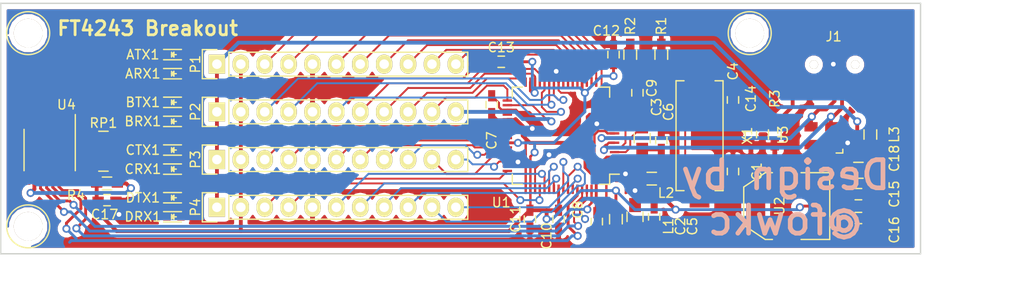
<source format=kicad_pcb>
(kicad_pcb (version 4) (host pcbnew "(2015-11-22 BZR 6327)-product")
  (layers (0 F.Cu signal) (31 B.Cu signal) (34 B.Paste user) (35 F.Paste user) (36 B.SilkS user) (37 F.SilkS user) (38 B.Mask user) (39 F.Mask user) (44 Edge.Cuts user))
  (net 0 "")
  (net 1 "Net-(C1-Pad1)")
  (net 2 "Net-(C2-Pad1)")
  (net 3 "Net-(C3-Pad1)")
  (net 4 "Net-(C4-Pad1)")
  (net 5 +1.8V)
  (net 6 +3.3V)
  (net 7 /USB/SHIELD)
  (net 8 +5V)
  (net 9 /FT4232H/DP)
  (net 10 /FT4232H/DM)
  (net 11 "Net-(J1-Pad1)")
  (net 12 /FT4232H/TXDA)
  (net 13 /FT4232H/RXDA)
  (net 14 /FT4232H/RTSA)
  (net 15 /FT4232H/CTSA)
  (net 16 /FT4232H/DTRA)
  (net 17 /FT4232H/DSRA)
  (net 18 /FT4232H/DCDA)
  (net 19 /FT4232H/RIA)
  (net 20 /FT4232H/TXDB)
  (net 21 /FT4232H/RXDB)
  (net 22 /FT4232H/RTSB)
  (net 23 /FT4232H/CTSB)
  (net 24 /FT4232H/DTRB)
  (net 25 /FT4232H/DSRB)
  (net 26 /FT4232H/DCDB)
  (net 27 /FT4232H/RIB)
  (net 28 /FT4232H/TXDC)
  (net 29 /FT4232H/RXDC)
  (net 30 /FT4232H/RTSC)
  (net 31 /FT4232H/CTSC)
  (net 32 /FT4232H/DTRC)
  (net 33 /FT4232H/DSRC)
  (net 34 /FT4232H/DCDC)
  (net 35 /FT4232H/RIC)
  (net 36 /FT4232H/TXDD)
  (net 37 /FT4232H/RXDD)
  (net 38 /FT4232H/RTSD)
  (net 39 /FT4232H/CTSD)
  (net 40 /FT4232H/DTRD)
  (net 41 /FT4232H/DSRD)
  (net 42 /FT4232H/DCDD)
  (net 43 /FT4232H/RID)
  (net 44 "Net-(R1-Pad1)")
  (net 45 "Net-(R2-Pad1)")
  (net 46 "Net-(R4-Pad2)")
  (net 47 "Net-(RP1-Pad1)")
  (net 48 "Net-(RP1-Pad8)")
  (net 49 "Net-(RP1-Pad2)")
  (net 50 "Net-(RP1-Pad3)")
  (net 51 "Net-(RP1-Pad4)")
  (net 52 "Net-(RP1-Pad5)")
  (net 53 "Net-(RP1-Pad6)")
  (net 54 "Net-(RP1-Pad7)")
  (net 55 /FT4232H/~LED_EN)
  (net 56 /FT4232H/LED_DATA)
  (net 57 /FT4232H/LED_CLK)
  (net 58 /FT4232H/LED_CS)
  (net 59 "Net-(ARX1-Pad1)")
  (net 60 "Net-(ATX1-Pad1)")
  (net 61 "Net-(BRX1-Pad1)")
  (net 62 "Net-(BTX1-Pad1)")
  (net 63 "Net-(CRX1-Pad1)")
  (net 64 "Net-(CTX1-Pad1)")
  (net 65 "Net-(DRX1-Pad1)")
  (net 66 "Net-(DTX1-Pad1)")
  (net 67 GND)
  (module Housings_QFP:LQFP-64_10x10mm_Pitch0.5mm (layer F.Cu) (at 155.956 100.076 180)
    (fp_text reference U1 (at 6.35 -7.112 180) (layer F.SilkS))
    (fp_text value FT4232H)
    (pad 1 smd rect (at -5.7 -3.75 180) (size 1 0.25) (layers F.Cu F.Paste F.Mask) (net 67 GND))
    (pad 2 smd rect (at -5.7 -3.25 180) (size 1 0.25) (layers F.Cu F.Paste F.Mask) (net 1 "Net-(C1-Pad1)"))
    (pad 3 smd rect (at -5.7 -2.75 180) (size 1 0.25) (layers F.Cu F.Paste F.Mask) (net 4 "Net-(C4-Pad1)"))
    (pad 4 smd rect (at -5.7 -2.25 180) (size 1 0.25) (layers F.Cu F.Paste F.Mask) (net 3 "Net-(C3-Pad1)"))
    (pad 5 smd rect (at -5.7 -1.75 180) (size 1 0.25) (layers F.Cu F.Paste F.Mask) (net 67 GND))
    (pad 6 smd rect (at -5.7 -1.25 180) (size 1 0.25) (layers F.Cu F.Paste F.Mask) (net 44 "Net-(R1-Pad1)"))
    (pad 7 smd rect (at -5.7 -0.75 180) (size 1 0.25) (layers F.Cu F.Paste F.Mask) (net 10 /FT4232H/DM))
    (pad 8 smd rect (at -5.7 -0.25 180) (size 1 0.25) (layers F.Cu F.Paste F.Mask) (net 9 /FT4232H/DP))
    (pad 9 smd rect (at -5.7 0.25 180) (size 1 0.25) (layers F.Cu F.Paste F.Mask) (net 2 "Net-(C2-Pad1)"))
    (pad 10 smd rect (at -5.7 0.75 180) (size 1 0.25) (layers F.Cu F.Paste F.Mask) (net 67 GND))
    (pad 11 smd rect (at -5.7 1.25 180) (size 1 0.25) (layers F.Cu F.Paste F.Mask) (net 67 GND))
    (pad 12 smd rect (at -5.7 1.75 180) (size 1 0.25) (layers F.Cu F.Paste F.Mask) (net 5 +1.8V))
    (pad 13 smd rect (at -5.7 2.25 180) (size 1 0.25) (layers F.Cu F.Paste F.Mask))
    (pad 14 smd rect (at -5.7 2.75 180) (size 1 0.25) (layers F.Cu F.Paste F.Mask) (net 45 "Net-(R2-Pad1)"))
    (pad 15 smd rect (at -5.7 3.25 180) (size 1 0.25) (layers F.Cu F.Paste F.Mask) (net 67 GND))
    (pad 16 smd rect (at -5.7 3.75 180) (size 1 0.25) (layers F.Cu F.Paste F.Mask) (net 12 /FT4232H/TXDA))
    (pad 17 smd rect (at -3.75 5.7 270) (size 1 0.25) (layers F.Cu F.Paste F.Mask) (net 13 /FT4232H/RXDA))
    (pad 18 smd rect (at -3.25 5.7 270) (size 1 0.25) (layers F.Cu F.Paste F.Mask) (net 14 /FT4232H/RTSA))
    (pad 19 smd rect (at -2.75 5.7 270) (size 1 0.25) (layers F.Cu F.Paste F.Mask) (net 15 /FT4232H/CTSA))
    (pad 20 smd rect (at -2.25 5.7 270) (size 1 0.25) (layers F.Cu F.Paste F.Mask) (net 6 +3.3V))
    (pad 21 smd rect (at -1.75 5.7 270) (size 1 0.25) (layers F.Cu F.Paste F.Mask) (net 16 /FT4232H/DTRA))
    (pad 22 smd rect (at -1.25 5.7 270) (size 1 0.25) (layers F.Cu F.Paste F.Mask) (net 17 /FT4232H/DSRA))
    (pad 23 smd rect (at -0.75 5.7 270) (size 1 0.25) (layers F.Cu F.Paste F.Mask) (net 18 /FT4232H/DCDA))
    (pad 24 smd rect (at -0.25 5.7 270) (size 1 0.25) (layers F.Cu F.Paste F.Mask) (net 19 /FT4232H/RIA))
    (pad 25 smd rect (at 0.25 5.7 270) (size 1 0.25) (layers F.Cu F.Paste F.Mask) (net 67 GND))
    (pad 26 smd rect (at 0.75 5.7 270) (size 1 0.25) (layers F.Cu F.Paste F.Mask) (net 20 /FT4232H/TXDB))
    (pad 27 smd rect (at 1.25 5.7 270) (size 1 0.25) (layers F.Cu F.Paste F.Mask) (net 21 /FT4232H/RXDB))
    (pad 28 smd rect (at 1.75 5.7 270) (size 1 0.25) (layers F.Cu F.Paste F.Mask) (net 22 /FT4232H/RTSB))
    (pad 29 smd rect (at 2.25 5.7 270) (size 1 0.25) (layers F.Cu F.Paste F.Mask) (net 23 /FT4232H/CTSB))
    (pad 30 smd rect (at 2.75 5.7 270) (size 1 0.25) (layers F.Cu F.Paste F.Mask) (net 24 /FT4232H/DTRB))
    (pad 31 smd rect (at 3.25 5.7 270) (size 1 0.25) (layers F.Cu F.Paste F.Mask) (net 6 +3.3V))
    (pad 32 smd rect (at 3.75 5.7 270) (size 1 0.25) (layers F.Cu F.Paste F.Mask) (net 25 /FT4232H/DSRB))
    (pad 33 smd rect (at 5.7 3.75 180) (size 1 0.25) (layers F.Cu F.Paste F.Mask) (net 26 /FT4232H/DCDB))
    (pad 34 smd rect (at 5.7 3.25 180) (size 1 0.25) (layers F.Cu F.Paste F.Mask) (net 27 /FT4232H/RIB))
    (pad 35 smd rect (at 5.7 2.75 180) (size 1 0.25) (layers F.Cu F.Paste F.Mask) (net 67 GND))
    (pad 36 smd rect (at 5.7 2.25 180) (size 1 0.25) (layers F.Cu F.Paste F.Mask))
    (pad 37 smd rect (at 5.7 1.75 180) (size 1 0.25) (layers F.Cu F.Paste F.Mask) (net 5 +1.8V))
    (pad 38 smd rect (at 5.7 1.25 180) (size 1 0.25) (layers F.Cu F.Paste F.Mask) (net 28 /FT4232H/TXDC))
    (pad 39 smd rect (at 5.7 0.75 180) (size 1 0.25) (layers F.Cu F.Paste F.Mask) (net 29 /FT4232H/RXDC))
    (pad 40 smd rect (at 5.7 0.25 180) (size 1 0.25) (layers F.Cu F.Paste F.Mask) (net 30 /FT4232H/RTSC))
    (pad 41 smd rect (at 5.7 -0.25 180) (size 1 0.25) (layers F.Cu F.Paste F.Mask) (net 31 /FT4232H/CTSC))
    (pad 42 smd rect (at 5.7 -0.75 180) (size 1 0.25) (layers F.Cu F.Paste F.Mask) (net 6 +3.3V))
    (pad 43 smd rect (at 5.7 -1.25 180) (size 1 0.25) (layers F.Cu F.Paste F.Mask) (net 32 /FT4232H/DTRC))
    (pad 44 smd rect (at 5.7 -1.75 180) (size 1 0.25) (layers F.Cu F.Paste F.Mask) (net 33 /FT4232H/DSRC))
    (pad 45 smd rect (at 5.7 -2.25 180) (size 1 0.25) (layers F.Cu F.Paste F.Mask) (net 34 /FT4232H/DCDC))
    (pad 46 smd rect (at 5.7 -2.75 180) (size 1 0.25) (layers F.Cu F.Paste F.Mask) (net 35 /FT4232H/RIC))
    (pad 47 smd rect (at 5.7 -3.25 180) (size 1 0.25) (layers F.Cu F.Paste F.Mask) (net 67 GND))
    (pad 48 smd rect (at 5.7 -3.75 180) (size 1 0.25) (layers F.Cu F.Paste F.Mask) (net 36 /FT4232H/TXDD))
    (pad 49 smd rect (at 3.75 -5.7 270) (size 1 0.25) (layers F.Cu F.Paste F.Mask) (net 5 +1.8V))
    (pad 50 smd rect (at 3.25 -5.7 270) (size 1 0.25) (layers F.Cu F.Paste F.Mask) (net 6 +3.3V))
    (pad 51 smd rect (at 2.75 -5.7 270) (size 1 0.25) (layers F.Cu F.Paste F.Mask) (net 67 GND))
    (pad 52 smd rect (at 2.25 -5.7 270) (size 1 0.25) (layers F.Cu F.Paste F.Mask) (net 37 /FT4232H/RXDD))
    (pad 53 smd rect (at 1.75 -5.7 270) (size 1 0.25) (layers F.Cu F.Paste F.Mask) (net 38 /FT4232H/RTSD))
    (pad 54 smd rect (at 1.25 -5.7 270) (size 1 0.25) (layers F.Cu F.Paste F.Mask) (net 39 /FT4232H/CTSD))
    (pad 55 smd rect (at 0.75 -5.7 270) (size 1 0.25) (layers F.Cu F.Paste F.Mask) (net 40 /FT4232H/DTRD))
    (pad 56 smd rect (at 0.25 -5.7 270) (size 1 0.25) (layers F.Cu F.Paste F.Mask) (net 6 +3.3V))
    (pad 57 smd rect (at -0.25 -5.7 270) (size 1 0.25) (layers F.Cu F.Paste F.Mask) (net 41 /FT4232H/DSRD))
    (pad 58 smd rect (at -0.75 -5.7 270) (size 1 0.25) (layers F.Cu F.Paste F.Mask) (net 42 /FT4232H/DCDD))
    (pad 59 smd rect (at -1.25 -5.7 270) (size 1 0.25) (layers F.Cu F.Paste F.Mask) (net 43 /FT4232H/RID))
    (pad 60 smd rect (at -1.75 -5.7 270) (size 1 0.25) (layers F.Cu F.Paste F.Mask) (net 55 /FT4232H/~LED_EN))
    (pad 61 smd rect (at -2.25 -5.7 270) (size 1 0.25) (layers F.Cu F.Paste F.Mask) (net 56 /FT4232H/LED_DATA))
    (pad 62 smd rect (at -2.75 -5.7 270) (size 1 0.25) (layers F.Cu F.Paste F.Mask) (net 57 /FT4232H/LED_CLK))
    (pad 63 smd rect (at -3.25 -5.7 270) (size 1 0.25) (layers F.Cu F.Paste F.Mask) (net 58 /FT4232H/LED_CS))
    (pad 64 smd rect (at -3.75 -5.7 270) (size 1 0.25) (layers F.Cu F.Paste F.Mask) (net 5 +1.8V))
  )
  (module Connect:1pin (layer F.Cu) (at 176.022 89.154)
    (fp_text reference "" (at 0 -3.048) (layer F.SilkS))
    (fp_text value 1pin)
    (pad 1 thru_hole circle (at 0 0) (size 3.048 3.048) (drill 3.048) (layers *.Cu *.Mask F.SilkS))
  )
  (module Connect:1pin (layer F.Cu) (at 99.314 109.728)
    (fp_text reference "" (at 0 -3.048) (layer F.SilkS))
    (fp_text value 1pin)
    (pad 1 thru_hole circle (at 0 0) (size 3.048 3.048) (drill 3.048) (layers *.Cu *.Mask F.SilkS))
  )
  (module Housings_SSOP:TSSOP-16_4.4x5mm_Pitch0.65mm (layer F.Cu) (at 101.6 101.6 270)
    (fp_text reference U4 (at -4.826 -1.778 360) (layer F.SilkS))
    (fp_text value 74HC595)
    (pad 1 smd rect (at -2.95 -2.275 270) (size 1.5 0.45) (layers F.Cu F.Paste F.Mask) (net 49 "Net-(RP1-Pad2)"))
    (pad 2 smd rect (at -2.95 -1.625 270) (size 1.5 0.45) (layers F.Cu F.Paste F.Mask) (net 50 "Net-(RP1-Pad3)"))
    (pad 3 smd rect (at -2.95 -0.975 270) (size 1.5 0.45) (layers F.Cu F.Paste F.Mask) (net 51 "Net-(RP1-Pad4)"))
    (pad 4 smd rect (at -2.95 -0.325 270) (size 1.5 0.45) (layers F.Cu F.Paste F.Mask) (net 52 "Net-(RP1-Pad5)"))
    (pad 5 smd rect (at -2.95 0.325 270) (size 1.5 0.45) (layers F.Cu F.Paste F.Mask) (net 53 "Net-(RP1-Pad6)"))
    (pad 6 smd rect (at -2.95 0.975 270) (size 1.5 0.45) (layers F.Cu F.Paste F.Mask) (net 54 "Net-(RP1-Pad7)"))
    (pad 7 smd rect (at -2.95 1.625 270) (size 1.5 0.45) (layers F.Cu F.Paste F.Mask) (net 48 "Net-(RP1-Pad8)"))
    (pad 8 smd rect (at -2.95 2.275 270) (size 1.5 0.45) (layers F.Cu F.Paste F.Mask) (net 67 GND))
    (pad 9 smd rect (at 2.95 2.275 270) (size 1.5 0.45) (layers F.Cu F.Paste F.Mask))
    (pad 10 smd rect (at 2.95 1.625 270) (size 1.5 0.45) (layers F.Cu F.Paste F.Mask) (net 46 "Net-(R4-Pad2)"))
    (pad 11 smd rect (at 2.95 0.975 270) (size 1.5 0.45) (layers F.Cu F.Paste F.Mask) (net 57 /FT4232H/LED_CLK))
    (pad 12 smd rect (at 2.95 0.325 270) (size 1.5 0.45) (layers F.Cu F.Paste F.Mask) (net 58 /FT4232H/LED_CS))
    (pad 13 smd rect (at 2.95 -0.325 270) (size 1.5 0.45) (layers F.Cu F.Paste F.Mask) (net 55 /FT4232H/~LED_EN))
    (pad 14 smd rect (at 2.95 -0.975 270) (size 1.5 0.45) (layers F.Cu F.Paste F.Mask) (net 56 /FT4232H/LED_DATA))
    (pad 15 smd rect (at 2.95 -1.625 270) (size 1.5 0.45) (layers F.Cu F.Paste F.Mask) (net 47 "Net-(RP1-Pad1)"))
    (pad 16 smd rect (at 2.95 -2.275 270) (size 1.5 0.45) (layers F.Cu F.Paste F.Mask) (net 6 +3.3V))
  )
  (module Resistors_SMD:R_Array_Convex_8x0602 (layer F.Cu) (at 107.315 101.727)
    (fp_text reference RP1 (at 0 -3) (layer F.SilkS))
    (fp_text value R_PACK8)
    (pad 1 smd rect (at -0.9 -1.75) (size 0.8 0.3) (layers F.Cu F.Paste F.Mask) (net 47 "Net-(RP1-Pad1)"))
    (pad 16 smd rect (at 0.9 -1.75) (size 0.8 0.3) (layers F.Cu F.Paste F.Mask) (net 60 "Net-(ATX1-Pad1)"))
    (pad 8 smd rect (at -0.9 1.75) (size 0.8 0.3) (layers F.Cu F.Paste F.Mask) (net 48 "Net-(RP1-Pad8)"))
    (pad 9 smd rect (at 0.9 1.75) (size 0.8 0.3) (layers F.Cu F.Paste F.Mask) (net 65 "Net-(DRX1-Pad1)"))
    (pad 2 smd rect (at -0.9 -1.25) (size 0.8 0.3) (layers F.Cu F.Paste F.Mask) (net 49 "Net-(RP1-Pad2)"))
    (pad 3 smd rect (at -0.9 -0.75) (size 0.8 0.3) (layers F.Cu F.Paste F.Mask) (net 50 "Net-(RP1-Pad3)"))
    (pad 4 smd rect (at -0.9 -0.25) (size 0.8 0.3) (layers F.Cu F.Paste F.Mask) (net 51 "Net-(RP1-Pad4)"))
    (pad 5 smd rect (at -0.9 0.25) (size 0.8 0.3) (layers F.Cu F.Paste F.Mask) (net 52 "Net-(RP1-Pad5)"))
    (pad 6 smd rect (at -0.9 0.75) (size 0.8 0.3) (layers F.Cu F.Paste F.Mask) (net 53 "Net-(RP1-Pad6)"))
    (pad 7 smd rect (at -0.9 1.25) (size 0.8 0.3) (layers F.Cu F.Paste F.Mask) (net 54 "Net-(RP1-Pad7)"))
    (pad 15 smd rect (at 0.9 -1.25) (size 0.8 0.3) (layers F.Cu F.Paste F.Mask) (net 59 "Net-(ARX1-Pad1)"))
    (pad 14 smd rect (at 0.9 -0.75) (size 0.8 0.3) (layers F.Cu F.Paste F.Mask) (net 62 "Net-(BTX1-Pad1)"))
    (pad 13 smd rect (at 0.9 -0.25) (size 0.8 0.3) (layers F.Cu F.Paste F.Mask) (net 61 "Net-(BRX1-Pad1)"))
    (pad 11 smd rect (at 0.9 0.75) (size 0.8 0.3) (layers F.Cu F.Paste F.Mask) (net 63 "Net-(CRX1-Pad1)"))
    (pad 12 smd rect (at 0.9 0.25) (size 0.8 0.3) (layers F.Cu F.Paste F.Mask) (net 64 "Net-(CTX1-Pad1)"))
    (pad 10 smd rect (at 0.9 1.25) (size 0.8 0.3) (layers F.Cu F.Paste F.Mask) (net 66 "Net-(DTX1-Pad1)"))
  )
  (module Capacitors_SMD:C_0603_HandSoldering (layer F.Cu) (at 174.244 103.886 90)
    (fp_text reference C1 (at 0 2.54 90) (layer F.SilkS))
    (fp_text value 22p)
    (pad 1 smd rect (at -0.95 0 90) (size 1.2 0.75) (layers F.Cu F.Paste F.Mask) (net 1 "Net-(C1-Pad1)"))
    (pad 2 smd rect (at 0.95 0 90) (size 1.2 0.75) (layers F.Cu F.Paste F.Mask) (net 67 GND))
  )
  (module Capacitors_SMD:C_0805_HandSoldering (layer F.Cu) (at 163.83 108.712 90)
    (fp_text reference C2 (at -1.016 4.826 90) (layer F.SilkS))
    (fp_text value 4u7)
    (pad 1 smd rect (at -1.25 0 90) (size 1.5 1.25) (layers F.Cu F.Paste F.Mask) (net 2 "Net-(C2-Pad1)"))
    (pad 2 smd rect (at 1.25 0 90) (size 1.5 1.25) (layers F.Cu F.Paste F.Mask) (net 67 GND))
  )
  (module Capacitors_SMD:C_0805_HandSoldering (layer F.Cu) (at 164.592 100.33 90)
    (fp_text reference C3 (at 3.302 1.524 90) (layer F.SilkS))
    (fp_text value 4u7)
    (pad 1 smd rect (at -1.25 0 90) (size 1.5 1.25) (layers F.Cu F.Paste F.Mask) (net 3 "Net-(C3-Pad1)"))
    (pad 2 smd rect (at 1.25 0 90) (size 1.5 1.25) (layers F.Cu F.Paste F.Mask) (net 67 GND))
  )
  (module Capacitors_SMD:C_0603_HandSoldering (layer F.Cu) (at 174.244 96.266 270)
    (fp_text reference C4 (at -3.048 0 270) (layer F.SilkS))
    (fp_text value 22p)
    (pad 1 smd rect (at -0.95 0 270) (size 1.2 0.75) (layers F.Cu F.Paste F.Mask) (net 4 "Net-(C4-Pad1)"))
    (pad 2 smd rect (at 0.95 0 270) (size 1.2 0.75) (layers F.Cu F.Paste F.Mask) (net 67 GND))
  )
  (module Capacitors_SMD:C_0603_HandSoldering (layer F.Cu) (at 165.862 108.712 90)
    (fp_text reference C5 (at -1.016 4.064 90) (layer F.SilkS))
    (fp_text value 100n)
    (pad 1 smd rect (at -0.95 0 90) (size 1.2 0.75) (layers F.Cu F.Paste F.Mask) (net 2 "Net-(C2-Pad1)"))
    (pad 2 smd rect (at 0.95 0 90) (size 1.2 0.75) (layers F.Cu F.Paste F.Mask) (net 67 GND))
  )
  (module Capacitors_SMD:C_0603_HandSoldering (layer F.Cu) (at 166.624 100.584 90)
    (fp_text reference C6 (at 3.048 0.762 90) (layer F.SilkS))
    (fp_text value 100n)
    (pad 1 smd rect (at -0.95 0 90) (size 1.2 0.75) (layers F.Cu F.Paste F.Mask) (net 3 "Net-(C3-Pad1)"))
    (pad 2 smd rect (at 0.95 0 90) (size 1.2 0.75) (layers F.Cu F.Paste F.Mask) (net 67 GND))
  )
  (module Capacitors_SMD:C_0603_HandSoldering (layer F.Cu) (at 148.59 96.774 90)
    (fp_text reference C7 (at -3.81 0 90) (layer F.SilkS))
    (fp_text value 100n)
    (pad 1 smd rect (at -0.95 0 90) (size 1.2 0.75) (layers F.Cu F.Paste F.Mask) (net 5 +1.8V))
    (pad 2 smd rect (at 0.95 0 90) (size 1.2 0.75) (layers F.Cu F.Paste F.Mask) (net 67 GND))
  )
  (module Capacitors_SMD:C_0603_HandSoldering (layer F.Cu) (at 159.766 109.22 270)
    (fp_text reference C8 (at -1.27 2.032 450) (layer F.SilkS))
    (fp_text value 100n)
    (pad 1 smd rect (at -0.95 0 270) (size 1.2 0.75) (layers F.Cu F.Paste F.Mask) (net 5 +1.8V))
    (pad 2 smd rect (at 0.95 0 270) (size 1.2 0.75) (layers F.Cu F.Paste F.Mask) (net 67 GND))
  )
  (module Capacitors_SMD:C_0603_HandSoldering (layer F.Cu) (at 164.084 95.504 90)
    (fp_text reference C9 (at 0.508 1.524 90) (layer F.SilkS))
    (fp_text value 100n)
    (pad 1 smd rect (at -0.95 0 90) (size 1.2 0.75) (layers F.Cu F.Paste F.Mask) (net 5 +1.8V))
    (pad 2 smd rect (at 0.95 0 90) (size 1.2 0.75) (layers F.Cu F.Paste F.Mask) (net 67 GND))
  )
  (module Capacitors_SMD:C_0603_HandSoldering (layer F.Cu) (at 155.702 108.966 270)
    (fp_text reference C10 (at 1.778 1.27 270) (layer F.SilkS))
    (fp_text value 100n)
    (pad 1 smd rect (at -0.95 0 270) (size 1.2 0.75) (layers F.Cu F.Paste F.Mask) (net 6 +3.3V))
    (pad 2 smd rect (at 0.95 0 270) (size 1.2 0.75) (layers F.Cu F.Paste F.Mask) (net 67 GND))
  )
  (module Capacitors_SMD:C_0603_HandSoldering (layer F.Cu) (at 152.654 108.966 270)
    (fp_text reference C11 (at 0 1.524 270) (layer F.SilkS))
    (fp_text value 100n)
    (pad 1 smd rect (at -0.95 0 270) (size 1.2 0.75) (layers F.Cu F.Paste F.Mask) (net 6 +3.3V))
    (pad 2 smd rect (at 0.95 0 270) (size 1.2 0.75) (layers F.Cu F.Paste F.Mask) (net 67 GND))
  )
  (module Capacitors_SMD:C_0603_HandSoldering (layer F.Cu) (at 161.544 91.44 90)
    (fp_text reference C12 (at 2.54 -0.762 180) (layer F.SilkS))
    (fp_text value 100n)
    (pad 1 smd rect (at -0.95 0 90) (size 1.2 0.75) (layers F.Cu F.Paste F.Mask) (net 6 +3.3V))
    (pad 2 smd rect (at 0.95 0 90) (size 1.2 0.75) (layers F.Cu F.Paste F.Mask) (net 67 GND))
  )
  (module Capacitors_SMD:C_0603_HandSoldering (layer F.Cu) (at 149.606 92.202 180)
    (fp_text reference C13 (at 0 1.524 180) (layer F.SilkS))
    (fp_text value 100n)
    (pad 1 smd rect (at -0.95 0 180) (size 1.2 0.75) (layers F.Cu F.Paste F.Mask) (net 6 +3.3V))
    (pad 2 smd rect (at 0.95 0 180) (size 1.2 0.75) (layers F.Cu F.Paste F.Mask) (net 67 GND))
  )
  (module Capacitors_SMD:C_0603_HandSoldering (layer F.Cu) (at 176.149 99.949 270)
    (fp_text reference C14 (at -3.81 0 270) (layer F.SilkS))
    (fp_text value 4n7)
    (pad 1 smd rect (at -0.95 0 270) (size 1.2 0.75) (layers F.Cu F.Paste F.Mask) (net 7 /USB/SHIELD))
    (pad 2 smd rect (at 0.95 0 270) (size 1.2 0.75) (layers F.Cu F.Paste F.Mask) (net 67 GND))
  )
  (module Capacitors_SMD:C_0603_HandSoldering (layer F.Cu) (at 187.579 106.299 180)
    (fp_text reference C15 (at -3.81 0 270) (layer F.SilkS))
    (fp_text value 100n)
    (pad 1 smd rect (at -0.95 0 180) (size 1.2 0.75) (layers F.Cu F.Paste F.Mask) (net 8 +5V))
    (pad 2 smd rect (at 0.95 0 180) (size 1.2 0.75) (layers F.Cu F.Paste F.Mask) (net 67 GND))
  )
  (module Capacitors_SMD:C_0603_HandSoldering (layer F.Cu) (at 187.579 108.839)
    (fp_text reference C16 (at 3.81 1.27 90) (layer F.SilkS))
    (fp_text value 100n)
    (pad 1 smd rect (at -0.95 0) (size 1.2 0.75) (layers F.Cu F.Paste F.Mask) (net 6 +3.3V))
    (pad 2 smd rect (at 0.95 0) (size 1.2 0.75) (layers F.Cu F.Paste F.Mask) (net 67 GND))
  )
  (module Capacitors_SMD:C_0603_HandSoldering (layer F.Cu) (at 107.696 106.934)
    (fp_text reference C17 (at -0.254 1.524) (layer F.SilkS))
    (fp_text value 100n)
    (pad 1 smd rect (at -0.95 0) (size 1.2 0.75) (layers F.Cu F.Paste F.Mask) (net 6 +3.3V))
    (pad 2 smd rect (at 0.95 0) (size 1.2 0.75) (layers F.Cu F.Paste F.Mask) (net 67 GND))
  )
  (module usb-connectors:USB-MINI-B-SMD (layer F.Cu) (at 185.039 87.249)
    (fp_text reference J1 (at -0.0891 2.275) (layer F.SilkS))
    (fp_text value USB-MINI-B-SMD)
    (pad "" smd rect (at 4.45008 2.25044) (size 1.99898 2.49936) (layers F.Cu F.Paste F.Mask) (clearance 0.14986))
    (pad "" smd rect (at 4.45008 7.74954) (size 1.99898 2.49936) (layers F.Cu F.Paste F.Mask))
    (pad 6 smd rect (at -4.45008 7.74954) (size 1.99898 2.49936) (layers F.Cu F.Paste F.Mask) (net 7 /USB/SHIELD))
    (pad "" smd rect (at -4.45008 2.25044) (size 1.99898 2.49936) (layers F.Cu F.Paste F.Mask))
    (pad "" thru_hole circle (at 2.19964 5.25018) (size 0.90932 0.90932) (drill 0.89916) (layers *.Cu *.Mask F.SilkS) (clearance 0.14986))
    (pad "" thru_hole circle (at -2.19964 5.25018) (size 0.90932 0.90932) (drill 0.89916) (layers *.Cu *.Mask F.SilkS) (clearance 0.14986))
    (pad 5 smd rect (at -1.6002 7.85114) (size 0.50038 2.30124) (layers F.Cu F.Paste F.Mask) (net 67 GND) (clearance 0.14986))
    (pad 4 smd rect (at -0.8001 7.85114) (size 0.50038 2.30124) (layers F.Cu F.Paste F.Mask) (clearance 0.14986))
    (pad 3 smd rect (at 0 7.85114) (size 0.50038 2.30124) (layers F.Cu F.Paste F.Mask) (net 9 /FT4232H/DP) (clearance 0.14986))
    (pad 2 smd rect (at 0.8001 7.85114) (size 0.50038 2.30124) (layers F.Cu F.Paste F.Mask) (net 10 /FT4232H/DM) (clearance 0.14986))
    (pad 1 smd rect (at 1.6002 7.85114) (size 0.50038 2.30124) (layers F.Cu F.Paste F.Mask) (net 11 "Net-(J1-Pad1)") (clearance 0.14986))
  )
  (module Resistors_SMD:R_0603_HandSoldering (layer F.Cu) (at 161.798 108.966 270)
    (fp_text reference L1 (at 0.762 -5.588 270) (layer F.SilkS))
    (fp_text value 220nH)
    (pad 1 smd rect (at -1.1 0 270) (size 1.2 0.9) (layers F.Cu F.Paste F.Mask) (net 6 +3.3V))
    (pad 2 smd rect (at 1.1 0 270) (size 1.2 0.9) (layers F.Cu F.Paste F.Mask) (net 2 "Net-(C2-Pad1)"))
  )
  (module Resistors_SMD:R_0603_HandSoldering (layer F.Cu) (at 165.608 104.648 180)
    (fp_text reference L2 (at -1.524 -1.524 180) (layer F.SilkS))
    (fp_text value 220nH)
    (pad 1 smd rect (at -1.1 0 180) (size 1.2 0.9) (layers F.Cu F.Paste F.Mask) (net 6 +3.3V))
    (pad 2 smd rect (at 1.1 0 180) (size 1.2 0.9) (layers F.Cu F.Paste F.Mask) (net 3 "Net-(C3-Pad1)"))
  )
  (module Resistors_SMD:R_0603_HandSoldering (layer F.Cu) (at 188.849 99.949 90)
    (fp_text reference L3 (at 0 2.54 90) (layer F.SilkS))
    (fp_text value 220R@100MHz)
    (pad 1 smd rect (at -1.1 0 90) (size 1.2 0.9) (layers F.Cu F.Paste F.Mask) (net 8 +5V))
    (pad 2 smd rect (at 1.1 0 90) (size 1.2 0.9) (layers F.Cu F.Paste F.Mask) (net 11 "Net-(J1-Pad1)"))
  )
  (module Socket_Strips:Socket_Strip_Straight_1x11 (layer F.Cu) (at 119.38 92.456)
    (fp_text reference P1 (at -2.286 0 90) (layer F.SilkS))
    (fp_text value CONN_11)
    (pad 1 thru_hole rect (at 0 0) (size 1.7272 2.032) (drill 1.016) (layers *.Cu *.Mask F.SilkS) (net 8 +5V))
    (pad 2 thru_hole oval (at 2.54 0) (size 1.7272 2.032) (drill 1.016) (layers *.Cu *.Mask F.SilkS) (net 6 +3.3V))
    (pad 3 thru_hole oval (at 5.08 0) (size 1.7272 2.032) (drill 1.016) (layers *.Cu *.Mask F.SilkS) (net 12 /FT4232H/TXDA))
    (pad 4 thru_hole oval (at 7.62 0) (size 1.7272 2.032) (drill 1.016) (layers *.Cu *.Mask F.SilkS) (net 13 /FT4232H/RXDA))
    (pad 5 thru_hole oval (at 10.16 0) (size 1.7272 2.032) (drill 1.016) (layers *.Cu *.Mask F.SilkS) (net 67 GND))
    (pad 6 thru_hole oval (at 12.7 0) (size 1.7272 2.032) (drill 1.016) (layers *.Cu *.Mask F.SilkS) (net 14 /FT4232H/RTSA))
    (pad 7 thru_hole oval (at 15.24 0) (size 1.7272 2.032) (drill 1.016) (layers *.Cu *.Mask F.SilkS) (net 15 /FT4232H/CTSA))
    (pad 8 thru_hole oval (at 17.78 0) (size 1.7272 2.032) (drill 1.016) (layers *.Cu *.Mask F.SilkS) (net 16 /FT4232H/DTRA))
    (pad 9 thru_hole oval (at 20.32 0) (size 1.7272 2.032) (drill 1.016) (layers *.Cu *.Mask F.SilkS) (net 17 /FT4232H/DSRA))
    (pad 10 thru_hole oval (at 22.86 0) (size 1.7272 2.032) (drill 1.016) (layers *.Cu *.Mask F.SilkS) (net 18 /FT4232H/DCDA))
    (pad 11 thru_hole oval (at 25.4 0) (size 1.7272 2.032) (drill 1.016) (layers *.Cu *.Mask F.SilkS) (net 19 /FT4232H/RIA))
  )
  (module Socket_Strips:Socket_Strip_Straight_1x11 (layer F.Cu) (at 119.38 97.536)
    (fp_text reference P2 (at -2.286 0 90) (layer F.SilkS))
    (fp_text value CONN_11)
    (pad 1 thru_hole rect (at 0 0) (size 1.7272 2.032) (drill 1.016) (layers *.Cu *.Mask F.SilkS) (net 8 +5V))
    (pad 2 thru_hole oval (at 2.54 0) (size 1.7272 2.032) (drill 1.016) (layers *.Cu *.Mask F.SilkS) (net 6 +3.3V))
    (pad 3 thru_hole oval (at 5.08 0) (size 1.7272 2.032) (drill 1.016) (layers *.Cu *.Mask F.SilkS) (net 20 /FT4232H/TXDB))
    (pad 4 thru_hole oval (at 7.62 0) (size 1.7272 2.032) (drill 1.016) (layers *.Cu *.Mask F.SilkS) (net 21 /FT4232H/RXDB))
    (pad 5 thru_hole oval (at 10.16 0) (size 1.7272 2.032) (drill 1.016) (layers *.Cu *.Mask F.SilkS) (net 67 GND))
    (pad 6 thru_hole oval (at 12.7 0) (size 1.7272 2.032) (drill 1.016) (layers *.Cu *.Mask F.SilkS) (net 22 /FT4232H/RTSB))
    (pad 7 thru_hole oval (at 15.24 0) (size 1.7272 2.032) (drill 1.016) (layers *.Cu *.Mask F.SilkS) (net 23 /FT4232H/CTSB))
    (pad 8 thru_hole oval (at 17.78 0) (size 1.7272 2.032) (drill 1.016) (layers *.Cu *.Mask F.SilkS) (net 24 /FT4232H/DTRB))
    (pad 9 thru_hole oval (at 20.32 0) (size 1.7272 2.032) (drill 1.016) (layers *.Cu *.Mask F.SilkS) (net 25 /FT4232H/DSRB))
    (pad 10 thru_hole oval (at 22.86 0) (size 1.7272 2.032) (drill 1.016) (layers *.Cu *.Mask F.SilkS) (net 26 /FT4232H/DCDB))
    (pad 11 thru_hole oval (at 25.4 0) (size 1.7272 2.032) (drill 1.016) (layers *.Cu *.Mask F.SilkS) (net 27 /FT4232H/RIB))
  )
  (module Socket_Strips:Socket_Strip_Straight_1x11 (layer F.Cu) (at 119.38 102.616)
    (fp_text reference P3 (at -2.286 0 90) (layer F.SilkS))
    (fp_text value CONN_11)
    (pad 1 thru_hole rect (at 0 0) (size 1.7272 2.032) (drill 1.016) (layers *.Cu *.Mask F.SilkS) (net 8 +5V))
    (pad 2 thru_hole oval (at 2.54 0) (size 1.7272 2.032) (drill 1.016) (layers *.Cu *.Mask F.SilkS) (net 6 +3.3V))
    (pad 3 thru_hole oval (at 5.08 0) (size 1.7272 2.032) (drill 1.016) (layers *.Cu *.Mask F.SilkS) (net 28 /FT4232H/TXDC))
    (pad 4 thru_hole oval (at 7.62 0) (size 1.7272 2.032) (drill 1.016) (layers *.Cu *.Mask F.SilkS) (net 29 /FT4232H/RXDC))
    (pad 5 thru_hole oval (at 10.16 0) (size 1.7272 2.032) (drill 1.016) (layers *.Cu *.Mask F.SilkS) (net 67 GND))
    (pad 6 thru_hole oval (at 12.7 0) (size 1.7272 2.032) (drill 1.016) (layers *.Cu *.Mask F.SilkS) (net 30 /FT4232H/RTSC))
    (pad 7 thru_hole oval (at 15.24 0) (size 1.7272 2.032) (drill 1.016) (layers *.Cu *.Mask F.SilkS) (net 31 /FT4232H/CTSC))
    (pad 8 thru_hole oval (at 17.78 0) (size 1.7272 2.032) (drill 1.016) (layers *.Cu *.Mask F.SilkS) (net 32 /FT4232H/DTRC))
    (pad 9 thru_hole oval (at 20.32 0) (size 1.7272 2.032) (drill 1.016) (layers *.Cu *.Mask F.SilkS) (net 33 /FT4232H/DSRC))
    (pad 10 thru_hole oval (at 22.86 0) (size 1.7272 2.032) (drill 1.016) (layers *.Cu *.Mask F.SilkS) (net 34 /FT4232H/DCDC))
    (pad 11 thru_hole oval (at 25.4 0) (size 1.7272 2.032) (drill 1.016) (layers *.Cu *.Mask F.SilkS) (net 35 /FT4232H/RIC))
  )
  (module Socket_Strips:Socket_Strip_Straight_1x11 (layer F.Cu) (at 119.38 107.696)
    (fp_text reference P4 (at -2.286 0 90) (layer F.SilkS))
    (fp_text value CONN_11)
    (pad 1 thru_hole rect (at 0 0) (size 1.7272 2.032) (drill 1.016) (layers *.Cu *.Mask F.SilkS) (net 8 +5V))
    (pad 2 thru_hole oval (at 2.54 0) (size 1.7272 2.032) (drill 1.016) (layers *.Cu *.Mask F.SilkS) (net 6 +3.3V))
    (pad 3 thru_hole oval (at 5.08 0) (size 1.7272 2.032) (drill 1.016) (layers *.Cu *.Mask F.SilkS) (net 36 /FT4232H/TXDD))
    (pad 4 thru_hole oval (at 7.62 0) (size 1.7272 2.032) (drill 1.016) (layers *.Cu *.Mask F.SilkS) (net 37 /FT4232H/RXDD))
    (pad 5 thru_hole oval (at 10.16 0) (size 1.7272 2.032) (drill 1.016) (layers *.Cu *.Mask F.SilkS) (net 67 GND))
    (pad 6 thru_hole oval (at 12.7 0) (size 1.7272 2.032) (drill 1.016) (layers *.Cu *.Mask F.SilkS) (net 38 /FT4232H/RTSD))
    (pad 7 thru_hole oval (at 15.24 0) (size 1.7272 2.032) (drill 1.016) (layers *.Cu *.Mask F.SilkS) (net 39 /FT4232H/CTSD))
    (pad 8 thru_hole oval (at 17.78 0) (size 1.7272 2.032) (drill 1.016) (layers *.Cu *.Mask F.SilkS) (net 40 /FT4232H/DTRD))
    (pad 9 thru_hole oval (at 20.32 0) (size 1.7272 2.032) (drill 1.016) (layers *.Cu *.Mask F.SilkS) (net 41 /FT4232H/DSRD))
    (pad 10 thru_hole oval (at 22.86 0) (size 1.7272 2.032) (drill 1.016) (layers *.Cu *.Mask F.SilkS) (net 42 /FT4232H/DCDD))
    (pad 11 thru_hole oval (at 25.4 0) (size 1.7272 2.032) (drill 1.016) (layers *.Cu *.Mask F.SilkS) (net 43 /FT4232H/RID))
  )
  (module Resistors_SMD:R_0603_HandSoldering (layer F.Cu) (at 166.624 91.44 90)
    (fp_text reference R1 (at 3.048 0 90) (layer F.SilkS))
    (fp_text value 12K)
    (pad 1 smd rect (at -1.1 0 90) (size 1.2 0.9) (layers F.Cu F.Paste F.Mask) (net 44 "Net-(R1-Pad1)"))
    (pad 2 smd rect (at 1.1 0 90) (size 1.2 0.9) (layers F.Cu F.Paste F.Mask) (net 67 GND))
  )
  (module Resistors_SMD:R_0603_HandSoldering (layer F.Cu) (at 163.322 91.44 90)
    (fp_text reference R2 (at 3.048 0 90) (layer F.SilkS))
    (fp_text value 1K)
    (pad 1 smd rect (at -1.1 0 90) (size 1.2 0.9) (layers F.Cu F.Paste F.Mask) (net 45 "Net-(R2-Pad1)"))
    (pad 2 smd rect (at 1.1 0 90) (size 1.2 0.9) (layers F.Cu F.Paste F.Mask) (net 6 +3.3V))
  )
  (module Resistors_SMD:R_0603_HandSoldering (layer F.Cu) (at 178.689 99.949 270)
    (fp_text reference R3 (at -3.81 0 270) (layer F.SilkS))
    (fp_text value 1M)
    (pad 1 smd rect (at -1.1 0 270) (size 1.2 0.9) (layers F.Cu F.Paste F.Mask) (net 7 /USB/SHIELD))
    (pad 2 smd rect (at 1.1 0 270) (size 1.2 0.9) (layers F.Cu F.Paste F.Mask) (net 67 GND))
  )
  (module Resistors_SMD:R_0603_HandSoldering (layer F.Cu) (at 107.696 105.156)
    (fp_text reference R4 (at -3.302 1.27 180) (layer F.SilkS))
    (fp_text value 10K)
    (pad 1 smd rect (at -1.1 0) (size 1.2 0.9) (layers F.Cu F.Paste F.Mask) (net 6 +3.3V))
    (pad 2 smd rect (at 1.1 0) (size 1.2 0.9) (layers F.Cu F.Paste F.Mask) (net 46 "Net-(R4-Pad2)"))
  )
  (module TO_SOT_Packages_SMD:SOT-143 (layer F.Cu) (at 183.642 100.076 90)
    (fp_text reference U3 (at 0.07874 -4.0894 90) (layer F.SilkS))
    (fp_text value PRTR5V0U2X)
    (pad 1 smd rect (at -0.76962 1.09982 90) (size 1.19888 1.39954) (layers F.Cu F.Paste F.Mask) (net 67 GND))
    (pad 2 smd rect (at 0.94996 1.09982 90) (size 1.00076 1.39954) (layers F.Cu F.Paste F.Mask) (net 10 /FT4232H/DM))
    (pad 3 smd rect (at 0.94996 -1.09982 90) (size 1.00076 1.39954) (layers F.Cu F.Paste F.Mask) (net 9 /FT4232H/DP))
    (pad 4 smd rect (at -0.94996 -1.09982 90) (size 1.00076 1.39954) (layers F.Cu F.Paste F.Mask) (net 8 +5V))
  )
  (module Crystals:Crystal_HC49-SD_SMD (layer F.Cu) (at 170.688 100.076 270)
    (fp_text reference X1 (at 0 -5.08 270) (layer F.SilkS))
    (fp_text value CRYSTAL)
    (pad 1 smd rect (at -4.84886 0 270) (size 5.6007 2.10058) (layers F.Cu F.Paste F.Mask) (net 4 "Net-(C4-Pad1)"))
    (pad 2 smd rect (at 4.84886 0 270) (size 5.6007 2.10058) (layers F.Cu F.Paste F.Mask) (net 1 "Net-(C1-Pad1)"))
  )
  (module TO_SOT_Packages_SMD:SOT-223 (layer F.Cu) (at 179.959 107.569 90)
    (fp_text reference U2 (at 0 -0.762 90) (layer F.SilkS))
    (fp_text value NCP1117ST33T3G)
    (pad 4 smd rect (at 0 -3.302 90) (size 3.6576 2.032) (layers F.Cu F.Paste F.Mask))
    (pad 2 smd rect (at 0 3.302 90) (size 1.016 2.032) (layers F.Cu F.Paste F.Mask) (net 6 +3.3V))
    (pad 3 smd rect (at 2.286 3.302 90) (size 1.016 2.032) (layers F.Cu F.Paste F.Mask) (net 8 +5V))
    (pad 1 smd rect (at -2.286 3.302 90) (size 1.016 2.032) (layers F.Cu F.Paste F.Mask) (net 67 GND))
  )
  (module LEDs:LED-0603 (layer F.Cu) (at 114.808 93.472)
    (fp_text reference ARX1 (at -3.302 0) (layer F.SilkS))
    (fp_text value GRN hide)
    (pad 2 smd rect (at 0.7493 0 180) (size 0.79756 0.79756) (layers F.Cu F.Paste F.Mask) (net 67 GND))
    (pad 1 smd rect (at -0.7493 0 180) (size 0.79756 0.79756) (layers F.Cu F.Paste F.Mask) (net 59 "Net-(ARX1-Pad1)"))
  )
  (module LEDs:LED-0603 (layer F.Cu) (at 114.808 91.44)
    (fp_text reference ATX1 (at -3.302 0) (layer F.SilkS))
    (fp_text value RED hide)
    (pad 2 smd rect (at 0.7493 0 180) (size 0.79756 0.79756) (layers F.Cu F.Paste F.Mask) (net 67 GND))
    (pad 1 smd rect (at -0.7493 0 180) (size 0.79756 0.79756) (layers F.Cu F.Paste F.Mask) (net 60 "Net-(ATX1-Pad1)"))
  )
  (module LEDs:LED-0603 (layer F.Cu) (at 114.808 98.552)
    (fp_text reference BRX1 (at -3.302 0) (layer F.SilkS))
    (fp_text value GRN hide)
    (pad 2 smd rect (at 0.7493 0 180) (size 0.79756 0.79756) (layers F.Cu F.Paste F.Mask) (net 67 GND))
    (pad 1 smd rect (at -0.7493 0 180) (size 0.79756 0.79756) (layers F.Cu F.Paste F.Mask) (net 61 "Net-(BRX1-Pad1)"))
  )
  (module LEDs:LED-0603 (layer F.Cu) (at 114.808 96.52)
    (fp_text reference BTX1 (at -3.302 0) (layer F.SilkS))
    (fp_text value RED hide)
    (pad 2 smd rect (at 0.7493 0 180) (size 0.79756 0.79756) (layers F.Cu F.Paste F.Mask) (net 67 GND))
    (pad 1 smd rect (at -0.7493 0 180) (size 0.79756 0.79756) (layers F.Cu F.Paste F.Mask) (net 62 "Net-(BTX1-Pad1)"))
  )
  (module LEDs:LED-0603 (layer F.Cu) (at 114.808 103.632)
    (fp_text reference CRX1 (at -3.302 0) (layer F.SilkS))
    (fp_text value GRN hide)
    (pad 2 smd rect (at 0.7493 0 180) (size 0.79756 0.79756) (layers F.Cu F.Paste F.Mask) (net 67 GND))
    (pad 1 smd rect (at -0.7493 0 180) (size 0.79756 0.79756) (layers F.Cu F.Paste F.Mask) (net 63 "Net-(CRX1-Pad1)"))
  )
  (module LEDs:LED-0603 (layer F.Cu) (at 114.808 101.6)
    (fp_text reference CTX1 (at -3.302 0) (layer F.SilkS))
    (fp_text value RED hide)
    (pad 2 smd rect (at 0.7493 0 180) (size 0.79756 0.79756) (layers F.Cu F.Paste F.Mask) (net 67 GND))
    (pad 1 smd rect (at -0.7493 0 180) (size 0.79756 0.79756) (layers F.Cu F.Paste F.Mask) (net 64 "Net-(CTX1-Pad1)"))
  )
  (module LEDs:LED-0603 (layer F.Cu) (at 114.808 108.712)
    (fp_text reference DRX1 (at -3.302 0) (layer F.SilkS))
    (fp_text value GRN hide)
    (pad 2 smd rect (at 0.7493 0 180) (size 0.79756 0.79756) (layers F.Cu F.Paste F.Mask) (net 67 GND))
    (pad 1 smd rect (at -0.7493 0 180) (size 0.79756 0.79756) (layers F.Cu F.Paste F.Mask) (net 65 "Net-(DRX1-Pad1)"))
  )
  (module LEDs:LED-0603 (layer F.Cu) (at 114.808 106.68)
    (fp_text reference DTX1 (at -3.302 0) (layer F.SilkS))
    (fp_text value RED hide)
    (pad 2 smd rect (at 0.7493 0 180) (size 0.79756 0.79756) (layers F.Cu F.Paste F.Mask) (net 67 GND))
    (pad 1 smd rect (at -0.7493 0 180) (size 0.79756 0.79756) (layers F.Cu F.Paste F.Mask) (net 66 "Net-(DTX1-Pad1)"))
  )
  (module Capacitors_SMD:C_0805_HandSoldering (layer F.Cu) (at 187.579 103.759 180)
    (fp_text reference C18 (at -3.81 1.27 270) (layer F.SilkS))
    (fp_text value 10u)
    (pad 1 smd rect (at -1.25 0 180) (size 1.5 1.25) (layers F.Cu F.Paste F.Mask) (net 8 +5V))
    (pad 2 smd rect (at 1.25 0 180) (size 1.5 1.25) (layers F.Cu F.Paste F.Mask) (net 67 GND))
  )
  (module Connect:1pin (layer F.Cu) (at 99.314 89.154)
    (fp_text reference "" (at 0 -3.048) (layer F.SilkS))
    (fp_text value 1pin)
    (pad 1 thru_hole circle (at 0 0) (size 3.048 3.048) (drill 3.048) (layers *.Cu *.Mask F.SilkS))
  )
  (gr_text "Design by\n@fowkc" (at 179.832 106.68) (layer B.SilkS) (effects (font (size 3 3) (thickness 0.5)) (justify mirror)))
  (gr_line (start 96.393 112.649) (end 194.183 112.649) (angle 90) (layer Edge.Cuts) (width 0.15))
  (gr_line (start 96.393 85.979) (end 96.393 112.649) (angle 90) (layer Edge.Cuts) (width 0.15))
  (gr_line (start 194.183 85.979) (end 96.393 85.979) (angle 90) (layer Edge.Cuts) (width 0.15))
  (gr_line (start 194.183 112.649) (end 194.183 85.979) (angle 90) (layer Edge.Cuts) (width 0.15))
  (gr_text "FT4243 Breakout" (at 112.014 88.646) (layer F.SilkS) (effects (font (size 1.5 1.5) (thickness 0.3))))
  (segment (start 161.656 103.326) (end 169.08914 103.326) (width 0.2032) (layer F.Cu) (net 1))
  (segment (start 169.08914 103.326) (end 170.688 104.92486) (width 0.2032) (layer F.Cu) (net 1))
  (segment (start 174.244 104.836) (end 170.77686 104.836) (width 0.2032) (layer F.Cu) (net 1))
  (segment (start 170.77686 104.836) (end 170.688 104.92486) (width 0.2032) (layer F.Cu) (net 1))
  (segment (start 159.512 102.362) (end 159.766 102.616) (width 0.25) (layer F.Cu) (net 2))
  (segment (start 159.512 99.981996) (end 159.512 102.362) (width 0.25) (layer F.Cu) (net 2))
  (segment (start 159.913998 99.579998) (end 159.512 99.981996) (width 0.25) (layer F.Cu) (net 2))
  (segment (start 160.659998 99.579998) (end 159.913998 99.579998) (width 0.25) (layer F.Cu) (net 2))
  (segment (start 160.906 99.826) (end 160.659998 99.579998) (width 0.25) (layer F.Cu) (net 2))
  (segment (start 161.656 99.826) (end 160.906 99.826) (width 0.25) (layer F.Cu) (net 2))
  (segment (start 159.766 102.616) (end 159.766 103.886) (width 0.254) (layer F.Cu) (net 2))
  (segment (start 165.862 109.662) (end 164.13 109.662) (width 0.4064) (layer F.Cu) (net 2))
  (segment (start 164.13 109.662) (end 163.83 109.962) (width 0.4064) (layer F.Cu) (net 2))
  (segment (start 161.798 110.066) (end 163.726 110.066) (width 0.4064) (layer F.Cu) (net 2))
  (segment (start 163.726 110.066) (end 163.83 109.962) (width 0.4064) (layer F.Cu) (net 2))
  (segment (start 161.798 110.066) (end 160.782 109.05) (width 0.25) (layer F.Cu) (net 2))
  (segment (start 160.782 104.902) (end 160.782 109.05) (width 0.254) (layer F.Cu) (net 2))
  (segment (start 159.766 103.886) (end 160.782 104.902) (width 0.254) (layer F.Cu) (net 2))
  (segment (start 164.508 104.648) (end 164.508 104.732) (width 0.254) (layer F.Cu) (net 3))
  (segment (start 164.508 104.732) (end 164.338 104.902) (width 0.254) (layer F.Cu) (net 3))
  (segment (start 164.338 104.902) (end 161.798 104.902) (width 0.254) (layer F.Cu) (net 3))
  (segment (start 161.798 104.902) (end 161.29 104.394) (width 0.254) (layer F.Cu) (net 3))
  (segment (start 160.818 102.326) (end 161.656 102.326) (width 0.254) (layer F.Cu) (net 3))
  (segment (start 161.29 104.394) (end 160.916056 104.394) (width 0.254) (layer F.Cu) (net 3))
  (segment (start 160.916056 104.394) (end 160.528 104.005944) (width 0.254) (layer F.Cu) (net 3))
  (segment (start 160.528 104.005944) (end 160.528 102.616) (width 0.254) (layer F.Cu) (net 3))
  (segment (start 160.528 102.616) (end 160.818 102.326) (width 0.254) (layer F.Cu) (net 3))
  (segment (start 166.624 101.534) (end 164.638 101.534) (width 0.4064) (layer F.Cu) (net 3))
  (segment (start 164.638 101.534) (end 164.592 101.58) (width 0.4064) (layer F.Cu) (net 3))
  (segment (start 161.656 102.326) (end 163.846 102.326) (width 0.2032) (layer F.Cu) (net 3))
  (segment (start 163.846 102.326) (end 164.592 101.58) (width 0.2032) (layer F.Cu) (net 3))
  (segment (start 170.688 95.22714) (end 169.164 96.75114) (width 0.2032) (layer F.Cu) (net 4))
  (segment (start 168.954 102.826) (end 169.164 102.616) (width 0.2032) (layer F.Cu) (net 4))
  (segment (start 169.164 102.616) (end 169.164 96.75114) (width 0.2032) (layer F.Cu) (net 4))
  (segment (start 168.954 102.826) (end 161.656 102.826) (width 0.2032) (layer F.Cu) (net 4))
  (segment (start 170.688 96.52) (end 170.688 95.22714) (width 0.2032) (layer F.Cu) (net 4))
  (segment (start 174.244 95.316) (end 170.77686 95.316) (width 0.2032) (layer F.Cu) (net 4))
  (segment (start 170.77686 95.316) (end 170.688 95.22714) (width 0.2032) (layer F.Cu) (net 4))
  (segment (start 158.562201 103.444201) (end 158.562201 101.920201) (width 0.4064) (layer F.Cu) (net 5))
  (segment (start 158.562201 101.920201) (end 157.48 100.838) (width 0.4064) (layer F.Cu) (net 5))
  (segment (start 159.706 104.588) (end 158.562201 103.444201) (width 0.4064) (layer F.Cu) (net 5))
  (segment (start 159.004 97.79) (end 158.75 98.044) (width 0.3048) (layer F.Cu) (net 5))
  (segment (start 158.75 98.044) (end 158.75 98.806) (width 0.3048) (layer F.Cu) (net 5))
  (segment (start 160.274 97.79) (end 159.004 97.79) (width 0.3048) (layer F.Cu) (net 5))
  (segment (start 160.782 98.298) (end 160.274 97.79) (width 0.3048) (layer F.Cu) (net 5))
  (segment (start 161.656 98.326) (end 160.782 98.326) (width 0.3048) (layer F.Cu) (net 5))
  (segment (start 160.782 98.326) (end 160.782 98.298) (width 0.3048) (layer F.Cu) (net 5))
  (segment (start 151.892 100.076) (end 152.146 100.33) (width 0.4064) (layer F.Cu) (net 5))
  (segment (start 152.146 100.33) (end 152.654 100.838) (width 0.4064) (layer F.Cu) (net 5))
  (segment (start 152.206 102.048) (end 152.206 100.39) (width 0.254) (layer F.Cu) (net 5))
  (segment (start 152.206 100.39) (end 152.146 100.33) (width 0.254) (layer F.Cu) (net 5))
  (segment (start 158.75 99.568) (end 157.48 100.838) (width 0.4064) (layer F.Cu) (net 5))
  (segment (start 152.654 100.838) (end 157.48 100.838) (width 0.4064) (layer F.Cu) (net 5))
  (segment (start 152.206 102.048) (end 152.206 105.776) (width 0.254) (layer F.Cu) (net 5))
  (segment (start 158.75 98.806) (end 158.75 99.568) (width 0.4064) (layer F.Cu) (net 5))
  (segment (start 151.892 99.06) (end 151.892 100.076) (width 0.4064) (layer F.Cu) (net 5))
  (segment (start 151.13 98.298) (end 151.892 99.06) (width 0.4064) (layer F.Cu) (net 5))
  (segment (start 151.102 98.326) (end 150.256 98.326) (width 0.254) (layer F.Cu) (net 5))
  (segment (start 151.13 98.298) (end 151.102 98.326) (width 0.254) (layer F.Cu) (net 5))
  (segment (start 159.706 104.588) (end 159.706 105.776) (width 0.3048) (layer F.Cu) (net 5))
  (segment (start 164.084 96.642) (end 162.4 98.326) (width 0.3048) (layer F.Cu) (net 5))
  (segment (start 162.4 98.326) (end 161.656 98.326) (width 0.3048) (layer F.Cu) (net 5))
  (segment (start 164.084 96.642) (end 164.084 96.454) (width 0.3048) (layer F.Cu) (net 5))
  (segment (start 150.256 98.326) (end 149.192 98.326) (width 0.2032) (layer F.Cu) (net 5))
  (segment (start 149.192 98.326) (end 148.59 97.724) (width 0.2032) (layer F.Cu) (net 5))
  (segment (start 159.766 108.27) (end 159.706 108.21) (width 0.3048) (layer F.Cu) (net 5))
  (segment (start 159.706 108.21) (end 159.706 105.776) (width 0.3048) (layer F.Cu) (net 5))
  (segment (start 168.148 107.95) (end 164.084 107.95) (width 0.3048) (layer B.Cu) (net 6))
  (segment (start 163.83 107.95) (end 164.084 107.95) (width 0.3048) (layer B.Cu) (net 6))
  (segment (start 161.798 105.918) (end 163.83 107.95) (width 0.3048) (layer B.Cu) (net 6))
  (segment (start 161.798 105.918) (end 158.06562 105.918) (width 0.3048) (layer B.Cu) (net 6))
  (segment (start 158.06562 105.918) (end 156.051684 107.931936) (width 0.3048) (layer B.Cu) (net 6))
  (segment (start 152.731203 102.273201) (end 153.156202 101.848202) (width 0.254) (layer F.Cu) (net 6))
  (segment (start 153.156202 101.247162) (end 153.156202 101.848202) (width 0.3048) (layer B.Cu) (net 6))
  (segment (start 152.706 102.298404) (end 152.731203 102.273201) (width 0.254) (layer F.Cu) (net 6))
  (segment (start 153.162 100.838) (end 153.156202 100.843798) (width 0.3048) (layer B.Cu) (net 6))
  (segment (start 153.156202 100.843798) (end 153.156202 101.247162) (width 0.3048) (layer B.Cu) (net 6))
  (via (at 153.156202 101.848202) (size 0.85) (drill 0.5) (layers F.Cu B.Cu) (net 6))
  (segment (start 152.706 105.776) (end 152.706 102.298404) (width 0.254) (layer F.Cu) (net 6))
  (segment (start 155.03304 108.95058) (end 154.432 108.95058) (width 0.3048) (layer B.Cu) (net 6))
  (segment (start 156.051684 107.931936) (end 155.03304 108.95058) (width 0.3048) (layer B.Cu) (net 6))
  (segment (start 154.432 108.016) (end 154.432 108.95058) (width 0.4064) (layer F.Cu) (net 6))
  (via (at 154.432 108.95058) (size 0.85) (drill 0.5) (layers F.Cu B.Cu) (net 6))
  (segment (start 152.908 94.996) (end 152.908 92.202) (width 0.3048) (layer B.Cu) (net 6))
  (segment (start 152.908 94.996) (end 153.162 94.996) (width 0.3048) (layer B.Cu) (net 6))
  (segment (start 153.162 94.996) (end 157.988 94.996) (width 0.3048) (layer B.Cu) (net 6))
  (segment (start 153.162 95.504) (end 153.162 94.996) (width 0.3048) (layer B.Cu) (net 6))
  (segment (start 153.162 95.504) (end 152.908 95.504) (width 0.3048) (layer F.Cu) (net 6))
  (segment (start 152.908 95.504) (end 152.706 95.302) (width 0.3048) (layer F.Cu) (net 6))
  (via (at 153.162 95.504) (size 0.85) (drill 0.5) (layers F.Cu B.Cu) (net 6))
  (segment (start 158.496 97.536) (end 155.194 100.838) (width 0.3048) (layer B.Cu) (net 6))
  (segment (start 155.194 100.838) (end 153.162 100.838) (width 0.3048) (layer B.Cu) (net 6))
  (segment (start 158.496 95.504) (end 158.496 97.536) (width 0.3048) (layer B.Cu) (net 6))
  (segment (start 158.496 95.504) (end 158.496 97.028) (width 0.254) (layer B.Cu) (net 6))
  (segment (start 161.798 105.918) (end 161.798 107.866) (width 0.3048) (layer F.Cu) (net 6))
  (segment (start 154.432 108.016) (end 152.654 108.016) (width 0.4064) (layer F.Cu) (net 6))
  (segment (start 154.432 108.016) (end 155.702 108.016) (width 0.4064) (layer F.Cu) (net 6))
  (segment (start 121.92 107.696) (end 121.92 110.236) (width 0.4064) (layer F.Cu) (net 6))
  (segment (start 152.706 95.302) (end 152.706 94.376) (width 0.3048) (layer F.Cu) (net 6))
  (segment (start 186.629 108.839) (end 184.531 108.839) (width 0.4064) (layer F.Cu) (net 6))
  (segment (start 184.531 108.839) (end 183.261 107.569) (width 0.4064) (layer F.Cu) (net 6))
  (segment (start 121.92 110.236) (end 150.434 110.236) (width 0.4064) (layer F.Cu) (net 6))
  (segment (start 150.434 110.236) (end 152.654 108.016) (width 0.4064) (layer F.Cu) (net 6))
  (segment (start 106.596 105.156) (end 104.394 105.156) (width 0.25) (layer F.Cu) (net 6))
  (segment (start 104.394 105.156) (end 103.875 104.637) (width 0.25) (layer F.Cu) (net 6))
  (segment (start 103.875 104.637) (end 103.875 104.55) (width 0.25) (layer F.Cu) (net 6))
  (segment (start 106.746 106.934) (end 106.746 108.27) (width 0.4064) (layer F.Cu) (net 6))
  (segment (start 106.746 108.27) (end 108.712 110.236) (width 0.4064) (layer F.Cu) (net 6))
  (segment (start 108.712 110.236) (end 121.92 110.236) (width 0.4064) (layer F.Cu) (net 6))
  (segment (start 106.596 105.156) (end 106.596 106.784) (width 0.4064) (layer F.Cu) (net 6))
  (segment (start 106.596 106.784) (end 106.746 106.934) (width 0.4064) (layer F.Cu) (net 6))
  (segment (start 166.708 104.648) (end 166.708 106.51) (width 0.4064) (layer F.Cu) (net 6))
  (via (at 168.148 107.95) (size 0.85) (drill 0.5) (layers F.Cu B.Cu) (net 6))
  (segment (start 166.708 106.51) (end 168.148 107.95) (width 0.4064) (layer F.Cu) (net 6))
  (segment (start 121.92 102.616) (end 121.92 107.696) (width 0.4064) (layer F.Cu) (net 6))
  (segment (start 121.92 97.536) (end 121.92 102.616) (width 0.4064) (layer F.Cu) (net 6))
  (segment (start 121.92 92.456) (end 121.92 97.536) (width 0.4064) (layer F.Cu) (net 6))
  (via (at 161.798 105.918) (size 0.85) (drill 0.5) (layers F.Cu B.Cu) (net 6))
  (segment (start 168.148 107.95) (end 181.102 107.95) (width 0.3048) (layer B.Cu) (net 6))
  (via (at 181.356 107.696) (size 0.85) (drill 0.5) (layers F.Cu B.Cu) (net 6))
  (segment (start 181.483 107.569) (end 181.356 107.696) (width 0.3048) (layer F.Cu) (net 6))
  (segment (start 181.483 107.569) (end 183.261 107.569) (width 0.3048) (layer F.Cu) (net 6))
  (segment (start 181.102 107.95) (end 181.356 107.696) (width 0.3048) (layer B.Cu) (net 6))
  (segment (start 152.654 108.016) (end 152.706 107.964) (width 0.254) (layer F.Cu) (net 6))
  (segment (start 152.706 107.964) (end 152.706 105.776) (width 0.254) (layer F.Cu) (net 6))
  (segment (start 150.256 100.826) (end 150.268 100.838) (width 0.3048) (layer F.Cu) (net 6))
  (segment (start 150.268 100.838) (end 151.384 100.838) (width 0.3048) (layer F.Cu) (net 6))
  (segment (start 151.384 100.838) (end 153.162 100.838) (width 0.3048) (layer B.Cu) (net 6))
  (via (at 151.384 100.838) (size 0.85) (drill 0.5) (layers F.Cu B.Cu) (net 6))
  (segment (start 157.988 94.996) (end 158.496 95.504) (width 0.3048) (layer B.Cu) (net 6))
  (segment (start 106.576 107.104) (end 106.746 106.934) (width 0.3048) (layer F.Cu) (net 6))
  (via (at 152.908 92.202) (size 0.85) (drill 0.5) (layers F.Cu B.Cu) (net 6))
  (segment (start 152.908 92.202) (end 150.556 92.202) (width 0.3048) (layer F.Cu) (net 6))
  (segment (start 161.544 92.39) (end 161.544 92.118) (width 0.3048) (layer F.Cu) (net 6))
  (segment (start 161.544 92.118) (end 163.322 90.34) (width 0.3048) (layer F.Cu) (net 6))
  (segment (start 158.206 94.376) (end 158.206 95.214) (width 0.3048) (layer F.Cu) (net 6))
  (segment (start 158.206 95.214) (end 158.496 95.504) (width 0.3048) (layer F.Cu) (net 6))
  (via (at 158.496 95.504) (size 0.85) (drill 0.5) (layers F.Cu B.Cu) (net 6))
  (segment (start 161.544 93.726) (end 161.544 92.39) (width 0.3048) (layer F.Cu) (net 6))
  (segment (start 158.496 95.504) (end 160.274 93.726) (width 0.3048) (layer B.Cu) (net 6))
  (segment (start 160.274 93.726) (end 161.544 93.726) (width 0.3048) (layer B.Cu) (net 6))
  (via (at 161.544 93.726) (size 0.85) (drill 0.5) (layers F.Cu B.Cu) (net 6))
  (segment (start 155.706 105.776) (end 155.706 108.012) (width 0.3048) (layer F.Cu) (net 6))
  (segment (start 178.689 98.849) (end 178.539 98.999) (width 0.4064) (layer F.Cu) (net 7))
  (segment (start 178.539 98.999) (end 176.149 98.999) (width 0.4064) (layer F.Cu) (net 7))
  (segment (start 178.689 98.849) (end 180.58892 96.94908) (width 0.4064) (layer F.Cu) (net 7))
  (segment (start 180.58892 96.94908) (end 180.58892 94.99854) (width 0.4064) (layer F.Cu) (net 7))
  (segment (start 121.666 90.17) (end 172.212 90.17) (width 0.4064) (layer B.Cu) (net 8))
  (segment (start 185.928 97.028) (end 187.452 98.552) (width 0.4064) (layer B.Cu) (net 8))
  (segment (start 172.212 90.17) (end 179.07 97.028) (width 0.4064) (layer B.Cu) (net 8))
  (segment (start 179.07 97.028) (end 185.928 97.028) (width 0.4064) (layer B.Cu) (net 8))
  (segment (start 188.849 101.049) (end 187.452 99.652) (width 0.4064) (layer F.Cu) (net 8))
  (segment (start 187.452 99.652) (end 187.452 98.552) (width 0.4064) (layer F.Cu) (net 8))
  (via (at 187.452 98.552) (size 0.85) (drill 0.5) (layers F.Cu B.Cu) (net 8))
  (segment (start 119.38 92.456) (end 121.666 90.17) (width 0.4064) (layer B.Cu) (net 8))
  (segment (start 188.638 100.838) (end 188.849 101.049) (width 0.4064) (layer F.Cu) (net 8))
  (segment (start 119.38 92.456) (end 119.38 97.536) (width 0.4064) (layer F.Cu) (net 8))
  (segment (start 119.38 102.616) (end 119.38 97.536) (width 0.4064) (layer F.Cu) (net 8))
  (segment (start 119.38 107.696) (end 119.38 102.616) (width 0.4064) (layer F.Cu) (net 8))
  (segment (start 183.93918 102.362) (end 183.87822 102.362) (width 0.4064) (layer F.Cu) (net 8))
  (segment (start 183.87822 102.362) (end 182.54218 101.02596) (width 0.4064) (layer F.Cu) (net 8))
  (segment (start 188.849 102.362) (end 183.93918 102.362) (width 0.4064) (layer F.Cu) (net 8))
  (segment (start 183.261 105.283) (end 183.93918 104.60482) (width 0.4064) (layer F.Cu) (net 8))
  (segment (start 183.93918 104.60482) (end 183.93918 102.362) (width 0.4064) (layer F.Cu) (net 8))
  (segment (start 188.529 106.299) (end 188.529 104.059) (width 0.4064) (layer F.Cu) (net 8))
  (segment (start 188.529 104.059) (end 188.829 103.759) (width 0.4064) (layer F.Cu) (net 8))
  (segment (start 188.849 101.049) (end 188.849 102.362) (width 0.4064) (layer F.Cu) (net 8))
  (segment (start 188.849 102.362) (end 188.849 103.739) (width 0.4064) (layer F.Cu) (net 8))
  (segment (start 188.849 103.739) (end 188.829 103.759) (width 0.4064) (layer F.Cu) (net 8))
  (segment (start 160.528 100.33) (end 160.274 100.33) (width 0.25) (layer F.Cu) (net 9))
  (via (at 160.274 100.33) (size 0.85) (drill 0.5) (layers F.Cu B.Cu) (net 9))
  (segment (start 182.626 98.044) (end 183.388 97.282) (width 0.4064) (layer F.Cu) (net 9))
  (segment (start 185.039 96.393) (end 185.039 95.10014) (width 0.4064) (layer F.Cu) (net 9))
  (segment (start 185.039 96.393) (end 184.15 97.282) (width 0.4064) (layer F.Cu) (net 9))
  (segment (start 183.388 97.282) (end 184.15 97.282) (width 0.4064) (layer F.Cu) (net 9))
  (segment (start 180.34 100.33) (end 160.528 100.33) (width 0.4064) (layer B.Cu) (net 9))
  (segment (start 160.528 100.33) (end 160.786 100.326) (width 0.25) (layer F.Cu) (net 9))
  (segment (start 161.656 100.326) (end 160.786 100.326) (width 0.25) (layer F.Cu) (net 9))
  (segment (start 182.54218 98.12782) (end 182.54218 99.12604) (width 0.4064) (layer F.Cu) (net 9))
  (segment (start 182.626 98.044) (end 182.54218 98.12782) (width 0.4064) (layer F.Cu) (net 9))
  (via (at 182.626 98.044) (size 0.85) (drill 0.5) (layers F.Cu B.Cu) (net 9))
  (segment (start 180.34 100.33) (end 182.626 98.044) (width 0.4064) (layer B.Cu) (net 9))
  (segment (start 182.54218 98.88982) (end 182.54218 99.12604) (width 0.4064) (layer F.Cu) (net 9))
  (segment (start 161.048 100.826) (end 160.752799 101.121201) (width 0.25) (layer F.Cu) (net 10))
  (segment (start 160.528 101.6) (end 160.528 101.346) (width 0.4064) (layer F.Cu) (net 10))
  (segment (start 160.528 101.346) (end 160.752799 101.121201) (width 0.4064) (layer F.Cu) (net 10))
  (via (at 160.528 101.6) (size 0.85) (drill 0.5) (layers F.Cu B.Cu) (net 10))
  (segment (start 184.912 98.044) (end 185.8391 97.1169) (width 0.4064) (layer F.Cu) (net 10))
  (segment (start 185.8391 97.1169) (end 185.8391 95.10014) (width 0.4064) (layer F.Cu) (net 10))
  (segment (start 184.658 98.044) (end 184.912 98.044) (width 0.4064) (layer F.Cu) (net 10))
  (segment (start 160.528 101.346) (end 181.356 101.346) (width 0.4064) (layer B.Cu) (net 10))
  (via (at 184.658 98.044) (size 0.85) (drill 0.5) (layers F.Cu B.Cu) (net 10))
  (segment (start 184.658 99.04222) (end 184.658 98.044) (width 0.4064) (layer F.Cu) (net 10))
  (segment (start 161.048 100.826) (end 161.656 100.826) (width 0.25) (layer F.Cu) (net 10))
  (segment (start 181.356 101.346) (end 184.658 98.044) (width 0.4064) (layer B.Cu) (net 10))
  (segment (start 184.658 99.04222) (end 184.74182 99.12604) (width 0.4064) (layer F.Cu) (net 10))
  (segment (start 184.80786 99.06) (end 184.74182 99.12604) (width 0.3048) (layer F.Cu) (net 10))
  (segment (start 188.849 98.849) (end 188.849 98.087) (width 0.4064) (layer F.Cu) (net 11))
  (segment (start 188.849 98.087) (end 186.6392 95.8772) (width 0.4064) (layer F.Cu) (net 11))
  (segment (start 186.6392 95.10014) (end 186.6392 95.8772) (width 0.4064) (layer F.Cu) (net 11))
  (segment (start 156.718 87.884) (end 129.032 87.884) (width 0.2032) (layer F.Cu) (net 12))
  (segment (start 161.656 96.326) (end 160.274 94.944) (width 0.2032) (layer F.Cu) (net 12))
  (segment (start 160.274 91.44) (end 156.718 87.884) (width 0.2032) (layer F.Cu) (net 12))
  (segment (start 160.274 94.944) (end 160.274 91.44) (width 0.2032) (layer F.Cu) (net 12))
  (segment (start 129.032 87.884) (end 124.46 92.456) (width 0.2032) (layer F.Cu) (net 12))
  (segment (start 159.706 94.376) (end 159.706 91.634) (width 0.2032) (layer F.Cu) (net 13))
  (segment (start 159.706 91.634) (end 156.464 88.392) (width 0.2032) (layer F.Cu) (net 13))
  (segment (start 131.064 88.392) (end 156.464 88.392) (width 0.2032) (layer F.Cu) (net 13))
  (segment (start 131.064 88.392) (end 127 92.456) (width 0.2032) (layer F.Cu) (net 13))
  (segment (start 159.206 94.376) (end 159.206 91.896) (width 0.2032) (layer F.Cu) (net 14))
  (segment (start 159.206 91.896) (end 156.21 88.9) (width 0.2032) (layer F.Cu) (net 14))
  (segment (start 135.636 88.9) (end 132.08 92.456) (width 0.2032) (layer F.Cu) (net 14))
  (segment (start 135.636 88.9) (end 156.21 88.9) (width 0.2032) (layer F.Cu) (net 14))
  (segment (start 155.956 89.408) (end 137.668 89.408) (width 0.2032) (layer F.Cu) (net 15))
  (segment (start 158.706 92.158) (end 155.956 89.408) (width 0.2032) (layer F.Cu) (net 15))
  (segment (start 134.62 92.456) (end 137.668 89.408) (width 0.2032) (layer F.Cu) (net 15))
  (segment (start 158.706 92.158) (end 158.706 94.376) (width 0.2032) (layer F.Cu) (net 15))
  (segment (start 155.702 89.916) (end 139.7 89.916) (width 0.2032) (layer F.Cu) (net 16))
  (segment (start 157.706 91.92) (end 155.702 89.916) (width 0.2032) (layer F.Cu) (net 16))
  (segment (start 157.706 94.376) (end 157.706 91.92) (width 0.2032) (layer F.Cu) (net 16))
  (segment (start 139.7 89.916) (end 137.16 92.456) (width 0.2032) (layer F.Cu) (net 16))
  (segment (start 155.448 90.424) (end 141.732 90.424) (width 0.2032) (layer F.Cu) (net 17))
  (segment (start 157.206 92.182) (end 155.448 90.424) (width 0.2032) (layer F.Cu) (net 17))
  (segment (start 139.7 92.456) (end 141.732 90.424) (width 0.2032) (layer F.Cu) (net 17))
  (segment (start 157.206 92.182) (end 157.206 94.376) (width 0.2032) (layer F.Cu) (net 17))
  (segment (start 143.764 90.932) (end 155.194 90.932) (width 0.2032) (layer F.Cu) (net 18))
  (segment (start 142.24 92.456) (end 143.764 90.932) (width 0.2032) (layer F.Cu) (net 18))
  (segment (start 156.706 94.376) (end 156.718 94.364) (width 0.2032) (layer F.Cu) (net 18))
  (segment (start 156.718 94.364) (end 156.718 92.456) (width 0.2032) (layer F.Cu) (net 18))
  (segment (start 156.718 92.456) (end 155.194 90.932) (width 0.2032) (layer F.Cu) (net 18))
  (segment (start 154.94 91.44) (end 145.796 91.44) (width 0.2032) (layer F.Cu) (net 19))
  (segment (start 156.206 92.706) (end 154.94 91.44) (width 0.2032) (layer F.Cu) (net 19))
  (segment (start 156.206 92.706) (end 156.206 94.376) (width 0.2032) (layer F.Cu) (net 19))
  (segment (start 144.78 92.456) (end 145.796 91.44) (width 0.2032) (layer F.Cu) (net 19))
  (segment (start 124.46 97.536) (end 128.016 93.98) (width 0.2032) (layer B.Cu) (net 20))
  (segment (start 128.016 93.98) (end 150.368 93.98) (width 0.2032) (layer B.Cu) (net 20))
  (segment (start 150.368 93.98) (end 152.654 96.266) (width 0.2032) (layer B.Cu) (net 20))
  (segment (start 152.654 96.266) (end 153.924 96.266) (width 0.2032) (layer B.Cu) (net 20))
  (segment (start 153.924 96.266) (end 154.432 95.758) (width 0.2032) (layer B.Cu) (net 20))
  (segment (start 154.432 95.758) (end 155.194 95.758) (width 0.2032) (layer B.Cu) (net 20))
  (segment (start 155.194 95.758) (end 155.702 96.266) (width 0.2032) (layer B.Cu) (net 20))
  (segment (start 155.702 96.266) (end 156.21 96.266) (width 0.2032) (layer B.Cu) (net 20))
  (segment (start 156.21 96.266) (end 155.702 96.266) (width 0.2032) (layer F.Cu) (net 20))
  (via (at 156.21 96.266) (size 0.85) (drill 0.5) (layers F.Cu B.Cu) (net 20))
  (segment (start 155.194 95.758) (end 155.206 94.376) (width 0.2032) (layer F.Cu) (net 20))
  (segment (start 155.702 96.266) (end 155.194 95.758) (width 0.2032) (layer F.Cu) (net 20))
  (segment (start 154.94 96.774) (end 154.178 96.774) (width 0.2032) (layer B.Cu) (net 21))
  (segment (start 154.706 95.992) (end 154.706 96.54) (width 0.2032) (layer F.Cu) (net 21))
  (segment (start 154.706 96.54) (end 154.94 96.774) (width 0.2032) (layer F.Cu) (net 21))
  (via (at 154.94 96.774) (size 0.85) (drill 0.5) (layers F.Cu B.Cu) (net 21))
  (segment (start 150.114 94.488) (end 130.048 94.488) (width 0.2032) (layer B.Cu) (net 21))
  (segment (start 130.048 94.488) (end 127 97.536) (width 0.2032) (layer B.Cu) (net 21))
  (segment (start 154.706 95.992) (end 154.706 94.376) (width 0.2032) (layer F.Cu) (net 21))
  (segment (start 152.4 96.774) (end 154.178 96.774) (width 0.2032) (layer B.Cu) (net 21))
  (segment (start 150.114 94.488) (end 152.4 96.774) (width 0.2032) (layer B.Cu) (net 21))
  (segment (start 155.956 97.536) (end 154.432 97.536) (width 0.2032) (layer F.Cu) (net 22))
  (segment (start 154.432 97.536) (end 153.924 97.028) (width 0.2032) (layer F.Cu) (net 22))
  (segment (start 153.924 97.028) (end 153.924 95.504) (width 0.2032) (layer F.Cu) (net 22))
  (segment (start 153.924 95.504) (end 154.206 95.222) (width 0.2032) (layer F.Cu) (net 22))
  (segment (start 154.206 95.222) (end 154.206 94.376) (width 0.2032) (layer F.Cu) (net 22))
  (segment (start 132.08 97.536) (end 133.604 96.012) (width 0.2032) (layer B.Cu) (net 22))
  (segment (start 133.604 96.012) (end 150.876 96.012) (width 0.2032) (layer B.Cu) (net 22))
  (segment (start 150.876 96.012) (end 152.654 97.79) (width 0.2032) (layer B.Cu) (net 22))
  (segment (start 152.654 97.79) (end 155.702 97.79) (width 0.2032) (layer B.Cu) (net 22))
  (segment (start 155.702 97.79) (end 155.956 97.536) (width 0.2032) (layer B.Cu) (net 22))
  (via (at 155.956 97.536) (size 0.85) (drill 0.5) (layers F.Cu B.Cu) (net 22))
  (segment (start 153.162 92.964) (end 147.574 92.964) (width 0.2032) (layer F.Cu) (net 23))
  (segment (start 153.706 93.508) (end 153.162 92.964) (width 0.2032) (layer F.Cu) (net 23))
  (segment (start 153.706 94.376) (end 153.706 93.508) (width 0.2032) (layer F.Cu) (net 23))
  (segment (start 147.574 92.964) (end 146.05 94.488) (width 0.2032) (layer F.Cu) (net 23))
  (segment (start 146.05 94.488) (end 137.668 94.488) (width 0.2032) (layer F.Cu) (net 23))
  (segment (start 137.668 94.488) (end 134.62 97.536) (width 0.2032) (layer F.Cu) (net 23))
  (segment (start 153.206 93.77) (end 152.908 93.472) (width 0.2032) (layer F.Cu) (net 24))
  (segment (start 137.16 97.536) (end 139.7 94.996) (width 0.2032) (layer F.Cu) (net 24))
  (segment (start 147.828 93.472) (end 152.908 93.472) (width 0.2032) (layer F.Cu) (net 24))
  (segment (start 146.304 94.996) (end 147.828 93.472) (width 0.2032) (layer F.Cu) (net 24))
  (segment (start 139.7 94.996) (end 146.304 94.996) (width 0.2032) (layer F.Cu) (net 24))
  (segment (start 153.206 93.77) (end 153.206 94.376) (width 0.2032) (layer F.Cu) (net 24))
  (segment (start 146.558 95.504) (end 148.082 93.98) (width 0.2032) (layer F.Cu) (net 25))
  (segment (start 141.732 95.504) (end 146.558 95.504) (width 0.2032) (layer F.Cu) (net 25))
  (segment (start 141.732 95.504) (end 139.7 97.536) (width 0.2032) (layer F.Cu) (net 25))
  (segment (start 152.206 94.376) (end 151.78 94.376) (width 0.2032) (layer F.Cu) (net 25))
  (segment (start 148.082 93.98) (end 151.384 93.98) (width 0.2032) (layer F.Cu) (net 25))
  (segment (start 151.384 93.98) (end 151.78 94.376) (width 0.2032) (layer F.Cu) (net 25))
  (segment (start 142.24 97.536) (end 143.764 96.012) (width 0.2032) (layer F.Cu) (net 26))
  (segment (start 143.764 96.012) (end 146.812 96.012) (width 0.2032) (layer F.Cu) (net 26))
  (segment (start 150.256 95.138) (end 149.86 94.742) (width 0.2032) (layer F.Cu) (net 26))
  (segment (start 149.86 94.742) (end 148.082 94.742) (width 0.2032) (layer F.Cu) (net 26))
  (segment (start 148.082 94.742) (end 146.812 96.012) (width 0.2032) (layer F.Cu) (net 26))
  (segment (start 150.256 95.138) (end 150.256 96.326) (width 0.2032) (layer F.Cu) (net 26))
  (segment (start 152.908 96.826) (end 150.256 96.826) (width 0.2032) (layer F.Cu) (net 27))
  (segment (start 154.94 98.552) (end 154.634 98.552) (width 0.2032) (layer F.Cu) (net 27))
  (segment (start 154.634 98.552) (end 152.908 96.826) (width 0.2032) (layer F.Cu) (net 27))
  (segment (start 154.178 98.298) (end 154.686 98.298) (width 0.4064) (layer B.Cu) (net 27))
  (segment (start 154.686 98.298) (end 154.94 98.552) (width 0.4064) (layer B.Cu) (net 27))
  (via (at 154.94 98.552) (size 0.85) (drill 0.5) (layers F.Cu B.Cu) (net 27))
  (segment (start 151.892 98.298) (end 154.178 98.298) (width 0.4064) (layer B.Cu) (net 27))
  (segment (start 151.384 97.79) (end 151.892 98.298) (width 0.4064) (layer B.Cu) (net 27))
  (segment (start 151.13 97.536) (end 144.78 97.536) (width 0.4064) (layer B.Cu) (net 27))
  (segment (start 151.384 97.79) (end 151.13 97.536) (width 0.4064) (layer B.Cu) (net 27))
  (segment (start 150.256 98.826) (end 146.03 98.826) (width 0.2032) (layer F.Cu) (net 28))
  (segment (start 146.03 98.826) (end 145.796 99.06) (width 0.2032) (layer F.Cu) (net 28))
  (segment (start 145.796 99.06) (end 128.016 99.06) (width 0.2032) (layer F.Cu) (net 28))
  (segment (start 128.016 99.06) (end 124.46 102.616) (width 0.2032) (layer F.Cu) (net 28))
  (segment (start 150.256 99.326) (end 146.292 99.326) (width 0.2032) (layer F.Cu) (net 29))
  (segment (start 146.292 99.326) (end 146.05 99.568) (width 0.2032) (layer F.Cu) (net 29))
  (segment (start 130.048 99.568) (end 127 102.616) (width 0.2032) (layer F.Cu) (net 29))
  (segment (start 130.048 99.568) (end 146.05 99.568) (width 0.2032) (layer F.Cu) (net 29))
  (segment (start 150.256 99.826) (end 146.554 99.826) (width 0.2032) (layer F.Cu) (net 30))
  (segment (start 146.554 99.826) (end 146.304 100.076) (width 0.2032) (layer F.Cu) (net 30))
  (segment (start 146.304 100.076) (end 134.62 100.076) (width 0.2032) (layer F.Cu) (net 30))
  (segment (start 134.62 100.076) (end 132.08 102.616) (width 0.2032) (layer F.Cu) (net 30))
  (segment (start 150.256 100.326) (end 146.816 100.326) (width 0.2032) (layer F.Cu) (net 31))
  (segment (start 146.816 100.326) (end 146.558 100.584) (width 0.2032) (layer F.Cu) (net 31))
  (segment (start 146.558 100.584) (end 136.652 100.584) (width 0.2032) (layer F.Cu) (net 31))
  (segment (start 134.62 102.616) (end 136.652 100.584) (width 0.2032) (layer F.Cu) (net 31))
  (segment (start 150.256 101.326) (end 146.792 101.326) (width 0.2032) (layer F.Cu) (net 32))
  (segment (start 146.792 101.326) (end 146.558 101.092) (width 0.2032) (layer F.Cu) (net 32))
  (segment (start 146.558 101.092) (end 138.684 101.092) (width 0.2032) (layer F.Cu) (net 32))
  (segment (start 138.684 101.092) (end 137.16 102.616) (width 0.2032) (layer F.Cu) (net 32))
  (segment (start 147.828 102.108) (end 148.11 101.826) (width 0.2032) (layer F.Cu) (net 33))
  (segment (start 147.066 102.108) (end 147.828 102.108) (width 0.2032) (layer F.Cu) (net 33))
  (segment (start 146.812 102.108) (end 147.066 102.108) (width 0.2032) (layer B.Cu) (net 33))
  (via (at 147.066 102.108) (size 0.85) (drill 0.5) (layers F.Cu B.Cu) (net 33))
  (segment (start 146.812 102.108) (end 145.796 101.092) (width 0.2032) (layer B.Cu) (net 33))
  (segment (start 145.796 101.092) (end 141.224 101.092) (width 0.2032) (layer B.Cu) (net 33))
  (segment (start 139.7 102.616) (end 141.224 101.092) (width 0.2032) (layer B.Cu) (net 33))
  (segment (start 148.11 101.826) (end 150.256 101.826) (width 0.2032) (layer F.Cu) (net 33))
  (segment (start 148.626 102.326) (end 146.812 104.14) (width 0.2032) (layer F.Cu) (net 34))
  (segment (start 146.812 104.14) (end 143.764 104.14) (width 0.2032) (layer F.Cu) (net 34))
  (segment (start 142.24 102.616) (end 143.764 104.14) (width 0.2032) (layer F.Cu) (net 34))
  (segment (start 148.626 102.326) (end 150.256 102.326) (width 0.2032) (layer F.Cu) (net 34))
  (segment (start 147.828 103.124) (end 148.59 103.124) (width 0.2032) (layer B.Cu) (net 35))
  (segment (start 148.59 103.124) (end 148.844 103.378) (width 0.2032) (layer B.Cu) (net 35))
  (segment (start 150.256 102.826) (end 149.396 102.826) (width 0.2032) (layer F.Cu) (net 35))
  (segment (start 149.396 102.826) (end 148.844 103.378) (width 0.2032) (layer F.Cu) (net 35))
  (segment (start 146.558 103.124) (end 147.828 103.124) (width 0.2032) (layer B.Cu) (net 35))
  (via (at 148.844 103.378) (size 0.85) (drill 0.5) (layers F.Cu B.Cu) (net 35))
  (segment (start 146.05 102.616) (end 146.558 103.124) (width 0.2032) (layer B.Cu) (net 35))
  (segment (start 146.05 102.616) (end 144.78 102.616) (width 0.2032) (layer B.Cu) (net 35))
  (segment (start 150.256 103.826) (end 149.434 104.648) (width 0.2032) (layer F.Cu) (net 36))
  (segment (start 124.46 107.696) (end 127.508 104.648) (width 0.2032) (layer F.Cu) (net 36))
  (segment (start 127.508 104.648) (end 149.434 104.648) (width 0.2032) (layer F.Cu) (net 36))
  (segment (start 151.638 106.934) (end 153.67 106.934) (width 0.2032) (layer B.Cu) (net 37))
  (via (at 153.67 106.934) (size 0.85) (drill 0.5) (layers F.Cu B.Cu) (net 37))
  (segment (start 153.67 106.934) (end 153.706 106.898) (width 0.2032) (layer F.Cu) (net 37))
  (segment (start 153.706 105.776) (end 153.706 106.898) (width 0.2032) (layer F.Cu) (net 37))
  (segment (start 151.638 106.934) (end 149.86 105.156) (width 0.2032) (layer F.Cu) (net 37))
  (via (at 151.638 106.934) (size 0.85) (drill 0.5) (layers F.Cu B.Cu) (net 37))
  (segment (start 129.54 105.156) (end 149.86 105.156) (width 0.2032) (layer F.Cu) (net 37))
  (segment (start 129.54 105.156) (end 127 107.696) (width 0.2032) (layer F.Cu) (net 37))
  (segment (start 154.206 104.41338) (end 153.93262 104.14) (width 0.2032) (layer F.Cu) (net 38))
  (segment (start 154.206 105.776) (end 154.206 104.41338) (width 0.2032) (layer F.Cu) (net 38))
  (segment (start 135.4836 104.14) (end 153.93262 104.14) (width 0.2032) (layer B.Cu) (net 38))
  (segment (start 132.08 107.5436) (end 135.4836 104.14) (width 0.2032) (layer B.Cu) (net 38))
  (segment (start 132.08 107.696) (end 132.08 107.5436) (width 0.2032) (layer B.Cu) (net 38))
  (via (at 153.93262 104.14) (size 0.85) (drill 0.5) (layers F.Cu B.Cu) (net 38))
  (segment (start 134.62 107.696) (end 137.16 105.156) (width 0.2032) (layer B.Cu) (net 39))
  (segment (start 137.16 105.156) (end 154.178 105.156) (width 0.2032) (layer B.Cu) (net 39))
  (segment (start 154.686 103.886) (end 155.194 103.378) (width 0.2032) (layer B.Cu) (net 39))
  (segment (start 154.178 105.156) (end 154.686 104.648) (width 0.2032) (layer B.Cu) (net 39))
  (segment (start 154.686 104.648) (end 154.686 103.886) (width 0.2032) (layer B.Cu) (net 39))
  (segment (start 154.706 103.866) (end 155.194 103.378) (width 0.2032) (layer F.Cu) (net 39))
  (segment (start 154.706 103.866) (end 154.706 105.776) (width 0.2032) (layer F.Cu) (net 39))
  (via (at 155.194 103.378) (size 0.85) (drill 0.5) (layers F.Cu B.Cu) (net 39))
  (segment (start 154.432 105.664) (end 138.938 105.664) (width 0.2032) (layer B.Cu) (net 40))
  (segment (start 155.206 105.776) (end 155.194 104.902) (width 0.2032) (layer F.Cu) (net 40))
  (segment (start 155.448 104.648) (end 155.194 104.902) (width 0.2032) (layer F.Cu) (net 40))
  (via (at 155.448 104.648) (size 0.85) (drill 0.5) (layers F.Cu B.Cu) (net 40))
  (segment (start 154.432 105.664) (end 155.448 104.648) (width 0.2032) (layer B.Cu) (net 40))
  (segment (start 138.938 105.664) (end 137.16 107.442) (width 0.2032) (layer B.Cu) (net 40))
  (segment (start 137.16 107.696) (end 137.16 107.442) (width 0.2032) (layer B.Cu) (net 40))
  (segment (start 139.7 107.696) (end 141.224 106.172) (width 0.2032) (layer B.Cu) (net 41))
  (segment (start 141.224 106.172) (end 155.448 106.172) (width 0.2032) (layer B.Cu) (net 41))
  (segment (start 155.448 106.172) (end 156.718 104.902) (width 0.2032) (layer B.Cu) (net 41))
  (segment (start 156.718 104.902) (end 156.718 104.394) (width 0.2032) (layer B.Cu) (net 41))
  (segment (start 156.718 104.394) (end 156.21 103.886) (width 0.2032) (layer B.Cu) (net 41))
  (segment (start 156.21 103.886) (end 156.21 102.87) (width 0.2032) (layer B.Cu) (net 41))
  (segment (start 156.206 102.874) (end 156.21 102.87) (width 0.2032) (layer F.Cu) (net 41))
  (via (at 156.21 102.87) (size 0.85) (drill 0.5) (layers F.Cu B.Cu) (net 41))
  (segment (start 156.206 105.776) (end 156.206 102.874) (width 0.2032) (layer F.Cu) (net 41))
  (segment (start 157.734 103.378) (end 158.496 104.14) (width 0.2032) (layer B.Cu) (net 42))
  (segment (start 158.496 104.14) (end 158.496 105.156) (width 0.2032) (layer B.Cu) (net 42))
  (segment (start 158.496 105.156) (end 158.242 105.41) (width 0.2032) (layer B.Cu) (net 42))
  (segment (start 152.908 109.22) (end 143.764 109.22) (width 0.2032) (layer B.Cu) (net 42))
  (segment (start 143.764 109.22) (end 142.24 107.696) (width 0.2032) (layer B.Cu) (net 42))
  (segment (start 158.242 105.41) (end 157.734 105.41) (width 0.2032) (layer B.Cu) (net 42))
  (segment (start 157.734 105.41) (end 154.94 108.204) (width 0.2032) (layer B.Cu) (net 42))
  (segment (start 154.94 108.204) (end 153.924 108.204) (width 0.2032) (layer B.Cu) (net 42))
  (segment (start 153.924 108.204) (end 152.908 109.22) (width 0.2032) (layer B.Cu) (net 42))
  (segment (start 157.226 103.886) (end 157.734 103.378) (width 0.2032) (layer F.Cu) (net 42))
  (segment (start 156.711384 105.156) (end 156.718 104.394) (width 0.2032) (layer F.Cu) (net 42))
  (segment (start 156.706 105.776) (end 156.711384 105.156) (width 0.2032) (layer F.Cu) (net 42))
  (segment (start 156.711384 105.156) (end 156.711384 104.400616) (width 0.2032) (layer F.Cu) (net 42))
  (segment (start 156.711384 104.400616) (end 157.226 103.886) (width 0.2032) (layer F.Cu) (net 42))
  (via (at 157.734 103.378) (size 0.85) (drill 0.5) (layers F.Cu B.Cu) (net 42))
  (segment (start 154.686 107.696) (end 144.78 107.696) (width 0.2032) (layer B.Cu) (net 43))
  (segment (start 154.686 107.696) (end 157.734 104.648) (width 0.2032) (layer B.Cu) (net 43))
  (via (at 157.734 104.648) (size 0.85) (drill 0.5) (layers F.Cu B.Cu) (net 43))
  (segment (start 157.734 104.648) (end 157.206 105.176) (width 0.2032) (layer F.Cu) (net 43))
  (segment (start 157.206 105.776) (end 157.206 105.176) (width 0.2032) (layer F.Cu) (net 43))
  (segment (start 166.624 92.54) (end 166.624 95.504) (width 0.2032) (layer F.Cu) (net 44))
  (segment (start 162.326 101.326) (end 162.814 100.838) (width 0.2032) (layer F.Cu) (net 44))
  (segment (start 162.814 98.806) (end 162.814 100.838) (width 0.2032) (layer F.Cu) (net 44))
  (segment (start 164.084 97.536) (end 162.814 98.806) (width 0.2032) (layer F.Cu) (net 44))
  (segment (start 162.326 101.326) (end 161.656 101.326) (width 0.2032) (layer F.Cu) (net 44))
  (segment (start 164.592 97.536) (end 164.084 97.536) (width 0.2032) (layer F.Cu) (net 44))
  (segment (start 166.624 95.504) (end 164.592 97.536) (width 0.2032) (layer F.Cu) (net 44))
  (segment (start 163.322 96.52) (end 162.516 97.326) (width 0.2032) (layer F.Cu) (net 45))
  (segment (start 162.516 97.326) (end 161.656 97.326) (width 0.2032) (layer F.Cu) (net 45))
  (segment (start 163.322 96.52) (end 163.322 92.54) (width 0.2032) (layer F.Cu) (net 45))
  (segment (start 109.728 106.172) (end 99.568 106.172) (width 0.4064) (layer B.Cu) (net 46))
  (segment (start 109.728 105.156) (end 110.236 105.664) (width 0.4064) (layer F.Cu) (net 46))
  (via (at 110.236 105.664) (size 0.85) (drill 0.5) (layers F.Cu B.Cu) (net 46))
  (segment (start 110.236 105.664) (end 109.728 106.172) (width 0.4064) (layer B.Cu) (net 46))
  (via (at 99.568 106.172) (size 0.85) (drill 0.5) (layers F.Cu B.Cu) (net 46))
  (segment (start 99.568 106.172) (end 99.975 105.765) (width 0.4064) (layer F.Cu) (net 46))
  (segment (start 99.975 104.55) (end 99.975 105.765) (width 0.4064) (layer F.Cu) (net 46))
  (segment (start 109.728 105.156) (end 108.796 105.156) (width 0.4064) (layer F.Cu) (net 46))
  (segment (start 108.865 105.087) (end 108.796 105.156) (width 0.3048) (layer F.Cu) (net 46))
  (segment (start 105.918 104.14) (end 104.902 104.14) (width 0.254) (layer F.Cu) (net 47))
  (segment (start 107.089 99.977) (end 107.188 100.076) (width 0.25) (layer F.Cu) (net 47))
  (segment (start 107.188 100.076) (end 107.188 103.886) (width 0.25) (layer F.Cu) (net 47))
  (segment (start 103.225 104.55) (end 103.225 103.531) (width 0.25) (layer F.Cu) (net 47))
  (segment (start 104.14 103.378) (end 104.902 104.14) (width 0.25) (layer F.Cu) (net 47))
  (segment (start 103.378 103.378) (end 104.14 103.378) (width 0.25) (layer F.Cu) (net 47))
  (segment (start 103.225 103.531) (end 103.378 103.378) (width 0.25) (layer F.Cu) (net 47))
  (segment (start 106.934 104.14) (end 107.188 103.886) (width 0.25) (layer F.Cu) (net 47))
  (segment (start 105.918 104.14) (end 106.934 104.14) (width 0.25) (layer F.Cu) (net 47))
  (segment (start 107.089 99.977) (end 106.415 99.977) (width 0.25) (layer F.Cu) (net 47))
  (segment (start 106.415 103.477) (end 104.875398 103.477) (width 0.2032) (layer F.Cu) (net 48))
  (segment (start 104.875398 103.477) (end 104.326396 102.927998) (width 0.2032) (layer F.Cu) (net 48))
  (segment (start 104.326396 102.927998) (end 102.927998 102.927998) (width 0.2032) (layer F.Cu) (net 48))
  (segment (start 102.927998 102.927998) (end 99.975 99.975) (width 0.2032) (layer F.Cu) (net 48))
  (segment (start 99.975 99.975) (end 99.975 98.65) (width 0.2032) (layer F.Cu) (net 48))
  (segment (start 106.415 100.477) (end 105.702 100.477) (width 0.2032) (layer F.Cu) (net 49))
  (segment (start 105.702 100.477) (end 103.875 98.65) (width 0.2032) (layer F.Cu) (net 49))
  (segment (start 106.415 100.977) (end 105.549 100.977) (width 0.2032) (layer F.Cu) (net 50))
  (segment (start 103.225 99.415) (end 103.225 98.65) (width 0.2032) (layer F.Cu) (net 50))
  (segment (start 104.14 100.33) (end 103.225 99.415) (width 0.2032) (layer F.Cu) (net 50))
  (segment (start 104.902 100.33) (end 104.14 100.33) (width 0.2032) (layer F.Cu) (net 50))
  (segment (start 105.549 100.977) (end 104.902 100.33) (width 0.2032) (layer F.Cu) (net 50))
  (segment (start 102.575 98.65) (end 102.575 99.527) (width 0.2032) (layer F.Cu) (net 51))
  (segment (start 105.349214 101.477) (end 106.415 101.477) (width 0.2032) (layer F.Cu) (net 51))
  (segment (start 104.710214 100.838) (end 105.349214 101.477) (width 0.2032) (layer F.Cu) (net 51))
  (segment (start 103.886 100.838) (end 104.710214 100.838) (width 0.2032) (layer F.Cu) (net 51))
  (segment (start 102.575 99.527) (end 103.886 100.838) (width 0.2032) (layer F.Cu) (net 51))
  (segment (start 101.925 98.65) (end 101.925 99.639) (width 0.2032) (layer F.Cu) (net 52))
  (segment (start 105.279 101.977) (end 104.648 101.346) (width 0.2032) (layer F.Cu) (net 52))
  (segment (start 104.648 101.346) (end 103.632 101.346) (width 0.2032) (layer F.Cu) (net 52))
  (segment (start 105.279 101.977) (end 106.415 101.977) (width 0.2032) (layer F.Cu) (net 52))
  (segment (start 101.925 99.639) (end 103.632 101.346) (width 0.2032) (layer F.Cu) (net 52))
  (segment (start 106.415 102.477) (end 105.079214 102.477) (width 0.2032) (layer F.Cu) (net 53))
  (segment (start 101.275 99.751) (end 101.275 98.65) (width 0.2032) (layer F.Cu) (net 53))
  (segment (start 103.378 101.854) (end 101.275 99.751) (width 0.2032) (layer F.Cu) (net 53))
  (segment (start 104.456214 101.854) (end 103.378 101.854) (width 0.2032) (layer F.Cu) (net 53))
  (segment (start 105.079214 102.477) (end 104.456214 101.854) (width 0.2032) (layer F.Cu) (net 53))
  (segment (start 106.415 102.977) (end 105.009 102.977) (width 0.2032) (layer F.Cu) (net 54))
  (segment (start 100.625 99.863) (end 100.625 98.65) (width 0.2032) (layer F.Cu) (net 54))
  (segment (start 103.124 102.362) (end 100.625 99.863) (width 0.2032) (layer F.Cu) (net 54))
  (segment (start 104.394 102.362) (end 103.124 102.362) (width 0.2032) (layer F.Cu) (net 54))
  (segment (start 105.009 102.977) (end 104.394 102.362) (width 0.2032) (layer F.Cu) (net 54))
  (segment (start 104.394 111.252) (end 155.702 111.252) (width 0.3048) (layer B.Cu) (net 55))
  (segment (start 157.734 110.744) (end 157.13296 110.744) (width 0.3048) (layer B.Cu) (net 55))
  (segment (start 157.13296 110.744) (end 156.62496 111.252) (width 0.3048) (layer B.Cu) (net 55))
  (segment (start 156.62496 111.252) (end 155.702 111.252) (width 0.3048) (layer B.Cu) (net 55))
  (segment (start 156.718 109.728) (end 157.734 110.744) (width 0.3048) (layer F.Cu) (net 55))
  (segment (start 156.718 109.474) (end 156.718 107.442) (width 0.3048) (layer F.Cu) (net 55))
  (segment (start 156.718 109.474) (end 156.718 109.728) (width 0.3048) (layer F.Cu) (net 55))
  (via (at 157.734 110.744) (size 0.85) (drill 0.5) (layers F.Cu B.Cu) (net 55))
  (segment (start 102.78924 106.426) (end 104.394 106.426) (width 0.3048) (layer F.Cu) (net 55))
  (segment (start 104.917401 106.949401) (end 104.917401 107.841559) (width 0.3048) (layer F.Cu) (net 55))
  (segment (start 103.378 109.38096) (end 103.378 109.982) (width 0.3048) (layer F.Cu) (net 55))
  (segment (start 104.917401 107.841559) (end 103.378 109.38096) (width 0.3048) (layer F.Cu) (net 55))
  (segment (start 104.394 106.426) (end 104.917401 106.949401) (width 0.3048) (layer F.Cu) (net 55))
  (segment (start 101.925 105.56176) (end 102.78924 106.426) (width 0.3048) (layer F.Cu) (net 55))
  (segment (start 101.925 104.55) (end 101.925 105.56176) (width 0.3048) (layer F.Cu) (net 55))
  (segment (start 103.886 111.252) (end 104.394 111.252) (width 0.3048) (layer B.Cu) (net 55))
  (segment (start 104.394 111.252) (end 104.394 110.998) (width 0.3048) (layer B.Cu) (net 55))
  (segment (start 104.394 110.998) (end 103.378 109.982) (width 0.3048) (layer B.Cu) (net 55))
  (via (at 103.378 109.982) (size 0.85) (drill 0.5) (layers F.Cu B.Cu) (net 55))
  (segment (start 103.715001 111.422999) (end 103.886 111.252) (width 0.3048) (layer B.Cu) (net 55))
  (segment (start 156.718 107.442) (end 157.706 106.454) (width 0.254) (layer F.Cu) (net 55))
  (segment (start 157.706 106.454) (end 157.706 105.776) (width 0.254) (layer F.Cu) (net 55))
  (segment (start 157.35072 109.261282) (end 157.775719 109.686281) (width 0.2032) (layer F.Cu) (net 56))
  (segment (start 155.702 110.744) (end 156.759719 109.686281) (width 0.3048) (layer B.Cu) (net 56))
  (segment (start 157.35072 107.451029) (end 157.35072 109.261282) (width 0.2032) (layer F.Cu) (net 56))
  (segment (start 158.206 105.776) (end 158.206 106.595749) (width 0.2032) (layer F.Cu) (net 56))
  (segment (start 157.174679 109.686281) (end 157.775719 109.686281) (width 0.3048) (layer B.Cu) (net 56))
  (segment (start 156.759719 109.686281) (end 157.174679 109.686281) (width 0.3048) (layer B.Cu) (net 56))
  (segment (start 105.239437 110.744) (end 155.702 110.744) (width 0.3048) (layer B.Cu) (net 56))
  (via (at 157.775719 109.686281) (size 0.85) (drill 0.5) (layers F.Cu B.Cu) (net 56))
  (segment (start 158.206 106.595749) (end 157.35072 107.451029) (width 0.2032) (layer F.Cu) (net 56))
  (segment (start 104.436717 109.94128) (end 105.239437 110.744) (width 0.3048) (layer B.Cu) (net 56))
  (segment (start 104.861716 109.516281) (end 104.436717 109.94128) (width 0.3048) (layer F.Cu) (net 56))
  (segment (start 104.599909 105.918) (end 105.422212 106.740302) (width 0.3048) (layer F.Cu) (net 56))
  (segment (start 102.99515 105.918) (end 104.599909 105.918) (width 0.3048) (layer F.Cu) (net 56))
  (segment (start 102.575 105.49785) (end 102.99515 105.918) (width 0.3048) (layer F.Cu) (net 56))
  (segment (start 102.575 104.55) (end 102.575 105.49785) (width 0.3048) (layer F.Cu) (net 56))
  (segment (start 105.422212 106.740302) (end 105.422211 108.955786) (width 0.3048) (layer F.Cu) (net 56))
  (segment (start 105.422211 108.955786) (end 104.861716 109.516281) (width 0.3048) (layer F.Cu) (net 56))
  (via (at 104.436717 109.94128) (size 0.85) (drill 0.5) (layers F.Cu B.Cu) (net 56))
  (segment (start 158.09319 108.518812) (end 158.518189 108.943811) (width 0.3048) (layer B.Cu) (net 57))
  (segment (start 105.878793 110.232802) (end 155.448 110.232802) (width 0.3048) (layer B.Cu) (net 57))
  (segment (start 103.124 108.18858) (end 103.834571 108.18858) (width 0.3048) (layer B.Cu) (net 57))
  (segment (start 103.834571 108.18858) (end 105.878793 110.232802) (width 0.3048) (layer B.Cu) (net 57))
  (segment (start 158.706 106.844109) (end 157.973263 107.576846) (width 0.2032) (layer F.Cu) (net 57))
  (segment (start 155.448 110.232802) (end 157.16199 108.518812) (width 0.3048) (layer B.Cu) (net 57))
  (segment (start 158.706 105.776) (end 158.706 106.844109) (width 0.2032) (layer F.Cu) (net 57))
  (segment (start 157.16199 108.518812) (end 158.09319 108.518812) (width 0.3048) (layer B.Cu) (net 57))
  (segment (start 157.973263 108.398885) (end 158.09319 108.518812) (width 0.2032) (layer F.Cu) (net 57))
  (segment (start 158.09319 108.518812) (end 158.518189 108.943811) (width 0.2032) (layer F.Cu) (net 57))
  (via (at 158.518189 108.943811) (size 0.85) (drill 0.5) (layers F.Cu B.Cu) (net 57))
  (segment (start 157.973263 107.576846) (end 157.973263 108.398885) (width 0.2032) (layer F.Cu) (net 57))
  (segment (start 100.625 104.55) (end 100.625 105.68958) (width 0.3048) (layer F.Cu) (net 57))
  (segment (start 100.625 105.68958) (end 103.124 108.18858) (width 0.3048) (layer F.Cu) (net 57))
  (via (at 103.124 108.18858) (size 0.85) (drill 0.5) (layers F.Cu B.Cu) (net 57))
  (segment (start 158.75 107.914014) (end 158.757395 107.921409) (width 0.3048) (layer F.Cu) (net 58))
  (segment (start 157.000591 107.921409) (end 158.156355 107.921409) (width 0.3048) (layer B.Cu) (net 58))
  (segment (start 155.194 109.728) (end 157.000591 107.921409) (width 0.3048) (layer B.Cu) (net 58))
  (segment (start 158.750665 107.948123) (end 158.757395 107.941393) (width 0.3048) (layer F.Cu) (net 58))
  (segment (start 158.75 107.696) (end 158.75 107.914014) (width 0.3048) (layer F.Cu) (net 58))
  (via (at 158.757395 107.921409) (size 0.85) (drill 0.5) (layers F.Cu B.Cu) (net 58))
  (segment (start 158.757395 107.941393) (end 158.757395 107.921409) (width 0.3048) (layer F.Cu) (net 58))
  (segment (start 106.426 109.728) (end 155.194 109.728) (width 0.3048) (layer B.Cu) (net 58))
  (segment (start 104.14 107.442) (end 106.426 109.728) (width 0.3048) (layer B.Cu) (net 58))
  (segment (start 158.156355 107.921409) (end 158.757395 107.921409) (width 0.3048) (layer B.Cu) (net 58))
  (segment (start 101.275 105.62567) (end 102.666331 107.017001) (width 0.3048) (layer F.Cu) (net 58))
  (segment (start 103.715001 107.017001) (end 104.14 107.442) (width 0.3048) (layer F.Cu) (net 58))
  (segment (start 101.275 104.55) (end 101.275 105.62567) (width 0.3048) (layer F.Cu) (net 58))
  (segment (start 102.666331 107.017001) (end 103.715001 107.017001) (width 0.3048) (layer F.Cu) (net 58))
  (via (at 104.14 107.442) (size 0.85) (drill 0.5) (layers F.Cu B.Cu) (net 58))
  (segment (start 158.75 107.696) (end 159.206 107.24) (width 0.254) (layer F.Cu) (net 58))
  (segment (start 159.206 107.24) (end 159.206 105.776) (width 0.254) (layer F.Cu) (net 58))
  (segment (start 114.0587 93.472) (end 113.03 94.5007) (width 0.2032) (layer F.Cu) (net 59))
  (segment (start 109.073 100.477) (end 113.03 96.52) (width 0.2032) (layer F.Cu) (net 59))
  (segment (start 113.03 96.52) (end 113.03 94.5007) (width 0.2032) (layer F.Cu) (net 59))
  (segment (start 109.073 100.477) (end 108.215 100.477) (width 0.2032) (layer F.Cu) (net 59))
  (segment (start 108.215 99.977) (end 108.215 97.2837) (width 0.2032) (layer F.Cu) (net 60))
  (segment (start 108.215 97.2837) (end 114.0587 91.44) (width 0.2032) (layer F.Cu) (net 60))
  (segment (start 108.215 101.477) (end 111.1337 101.477) (width 0.2032) (layer F.Cu) (net 61))
  (segment (start 111.1337 101.477) (end 114.0587 98.552) (width 0.2032) (layer F.Cu) (net 61))
  (segment (start 108.215 100.977) (end 109.6017 100.977) (width 0.2032) (layer F.Cu) (net 62))
  (segment (start 109.6017 100.977) (end 114.0587 96.52) (width 0.2032) (layer F.Cu) (net 62))
  (segment (start 108.215 102.469) (end 112.8957 102.469) (width 0.2032) (layer F.Cu) (net 63))
  (segment (start 112.8957 102.469) (end 114.0587 103.632) (width 0.2032) (layer F.Cu) (net 63))
  (segment (start 113.6897 101.969) (end 108.215 101.969) (width 0.2032) (layer F.Cu) (net 64))
  (segment (start 113.6897 101.969) (end 114.0587 101.6) (width 0.2032) (layer F.Cu) (net 64))
  (segment (start 108.215 103.477) (end 109.827 103.477) (width 0.2032) (layer F.Cu) (net 65))
  (segment (start 109.827 103.477) (end 112.522 106.172) (width 0.2032) (layer F.Cu) (net 65))
  (segment (start 112.522 106.172) (end 112.522 107.1753) (width 0.2032) (layer F.Cu) (net 65))
  (segment (start 112.522 107.1753) (end 114.0587 108.712) (width 0.2032) (layer F.Cu) (net 65))
  (segment (start 108.215 102.969) (end 110.3477 102.969) (width 0.2032) (layer F.Cu) (net 66))
  (segment (start 110.3477 102.969) (end 114.0587 106.68) (width 0.2032) (layer F.Cu) (net 66))
  (segment (start 153.206 104.692) (end 153.206 103.588) (width 0.2032) (layer F.Cu) (net 67))
  (segment (start 153.206 103.588) (end 154.686 102.108) (width 0.2032) (layer F.Cu) (net 67))
  (segment (start 153.206 105.776) (end 153.206 104.692) (width 0.2032) (layer F.Cu) (net 67))
  (via (at 154.686 102.108) (size 0.85) (drill 0.5) (layers F.Cu B.Cu) (net 67))
  (segment (start 160.254 98.826) (end 159.786 98.826) (width 0.2032) (layer F.Cu) (net 67))
  (segment (start 159.786 98.826) (end 159.766 98.806) (width 0.2032) (layer F.Cu) (net 67))
  (via (at 159.766 98.806) (size 0.85) (drill 0.5) (layers F.Cu B.Cu) (net 67))
  (segment (start 155.706 94.376) (end 155.706 93.476) (width 0.3048) (layer F.Cu) (net 67))
  (segment (start 155.706 93.476) (end 155.448 93.218) (width 0.3048) (layer F.Cu) (net 67))
  (segment (start 155.706 93.476) (end 155.706 95.254) (width 0.2032) (layer F.Cu) (net 67))
  (segment (start 156.718 95.504) (end 157.278 96.064) (width 0.2032) (layer F.Cu) (net 67))
  (segment (start 155.706 95.254) (end 155.956 95.504) (width 0.2032) (layer F.Cu) (net 67))
  (segment (start 155.956 95.504) (end 156.718 95.504) (width 0.2032) (layer F.Cu) (net 67))
  (segment (start 157.278 96.064) (end 157.278 96.826) (width 0.2032) (layer F.Cu) (net 67))
  (segment (start 157.278 96.826) (end 161.91 96.826) (width 0.2032) (layer F.Cu) (net 67))
  (segment (start 183.4388 95.10014) (end 183.4388 93.9292) (width 0.4064) (layer F.Cu) (net 67))
  (segment (start 183.4388 93.9292) (end 184.912 92.456) (width 0.4064) (layer F.Cu) (net 67))
  (via (at 184.912 92.456) (size 0.85) (drill 0.5) (layers F.Cu B.Cu) (net 67))
  (segment (start 129.54 92.456) (end 129.54 93.98) (width 0.2032) (layer F.Cu) (net 67))
  (segment (start 147.32 92.202) (end 145.542 93.98) (width 0.2032) (layer F.Cu) (net 67))
  (segment (start 145.542 93.98) (end 129.54 93.98) (width 0.2032) (layer F.Cu) (net 67))
  (segment (start 147.32 92.202) (end 148.656 92.202) (width 0.2032) (layer F.Cu) (net 67))
  (segment (start 164.592 99.08) (end 163.322 100.35) (width 0.2032) (layer F.Cu) (net 67))
  (segment (start 162.842 101.826) (end 163.322 101.346) (width 0.2032) (layer F.Cu) (net 67))
  (segment (start 163.322 101.346) (end 163.322 100.35) (width 0.2032) (layer F.Cu) (net 67))
  (segment (start 162.842 101.826) (end 161.656 101.826) (width 0.2032) (layer F.Cu) (net 67))
  (via (at 152.908 99.314) (size 0.85) (drill 0.5) (layers F.Cu B.Cu) (net 67))
  (segment (start 151.174 97.326) (end 152.908 99.06) (width 0.254) (layer F.Cu) (net 67))
  (segment (start 152.908 99.314) (end 152.908 99.06) (width 0.254) (layer F.Cu) (net 67))
  (segment (start 151.174 97.326) (end 150.256 97.326) (width 0.254) (layer F.Cu) (net 67))
  (segment (start 108.646 106.934) (end 108.646 108.138) (width 0.4064) (layer F.Cu) (net 67))
  (via (at 108.966 108.458) (size 0.85) (drill 0.5) (layers F.Cu B.Cu) (net 67))
  (segment (start 108.646 108.138) (end 108.966 108.458) (width 0.4064) (layer F.Cu) (net 67))
  (segment (start 150.256 97.326) (end 149.65 97.326) (width 0.25) (layer F.Cu) (net 67))
  (segment (start 149.352 96.586) (end 148.59 95.824) (width 0.25) (layer F.Cu) (net 67))
  (segment (start 149.352 97.028) (end 149.352 96.586) (width 0.25) (layer F.Cu) (net 67))
  (segment (start 149.65 97.326) (end 149.352 97.028) (width 0.25) (layer F.Cu) (net 67))
  (segment (start 99.325 98.65) (end 98.142 98.65) (width 0.4064) (layer F.Cu) (net 67))
  (segment (start 98.142 98.65) (end 98.044 98.552) (width 0.4064) (layer F.Cu) (net 67))
  (segment (start 164.592 99.08) (end 166.07 99.08) (width 0.4064) (layer F.Cu) (net 67))
  (segment (start 166.07 99.08) (end 166.624 99.634) (width 0.4064) (layer F.Cu) (net 67))
  (segment (start 184.74182 100.84562) (end 184.74944 100.838) (width 0.4064) (layer F.Cu) (net 67))
  (segment (start 184.74944 100.838) (end 186.436 100.838) (width 0.4064) (layer F.Cu) (net 67))
  (via (at 186.436 100.838) (size 0.85) (drill 0.5) (layers F.Cu B.Cu) (net 67))
  (segment (start 150.256 103.326) (end 150.928 103.326) (width 0.25) (layer F.Cu) (net 67))
  (via (at 151.384 102.87) (size 0.85) (drill 0.5) (layers F.Cu B.Cu) (net 67))
  (segment (start 150.928 103.326) (end 151.384 102.87) (width 0.25) (layer F.Cu) (net 67))
  (segment (start 163.83 107.462) (end 163.83 105.918) (width 0.4064) (layer F.Cu) (net 67))
  (via (at 163.83 105.918) (size 0.85) (drill 0.5) (layers F.Cu B.Cu) (net 67))
  (segment (start 161.656 103.826) (end 162.5 103.826) (width 0.254) (layer F.Cu) (net 67))
  (via (at 162.814 104.14) (size 0.85) (drill 0.5) (layers F.Cu B.Cu) (net 67))
  (segment (start 162.5 103.826) (end 162.814 104.14) (width 0.254) (layer F.Cu) (net 67))
  (segment (start 161.656 98.826) (end 160.254 98.826) (width 0.2032) (layer F.Cu) (net 67))
  (segment (start 160.02 99.06) (end 159.766 99.06) (width 0.2032) (layer F.Cu) (net 67))
  (segment (start 160.254 98.826) (end 160.02 99.06) (width 0.2032) (layer F.Cu) (net 67))
  (segment (start 161.656 99.326) (end 161.656 98.826) (width 0.2032) (layer F.Cu) (net 67))
  (via (at 155.448 93.218) (size 0.85) (drill 0.5) (layers F.Cu B.Cu) (net 67))
  (zone (net 67) (net_name GND) (layer F.Cu) (connect_pads (clearance 0.508)) (min_thickness 0.254) (fill yes (arc_segments 16) (thermal_gap 0.508) (thermal_bridge_width 0.508) (smoothing chamfer))
    (polygon (pts (xy 193.548 112.014) (xy 97.028 112.014) (xy 97.028 86.614) (xy 193.548 86.614) (xy 193.548 112.014)))
  )
  (zone (net 67) (net_name GND) (layer B.Cu) (connect_pads (clearance 0.508)) (min_thickness 0.254) (fill yes (arc_segments 16) (thermal_gap 0.508) (thermal_bridge_width 0.508) (smoothing chamfer))
    (polygon (pts (xy 193.548 112.014) (xy 97.028 112.014) (xy 97.028 86.614) (xy 193.548 86.614) (xy 193.548 112.014)))
  )
)
</source>
